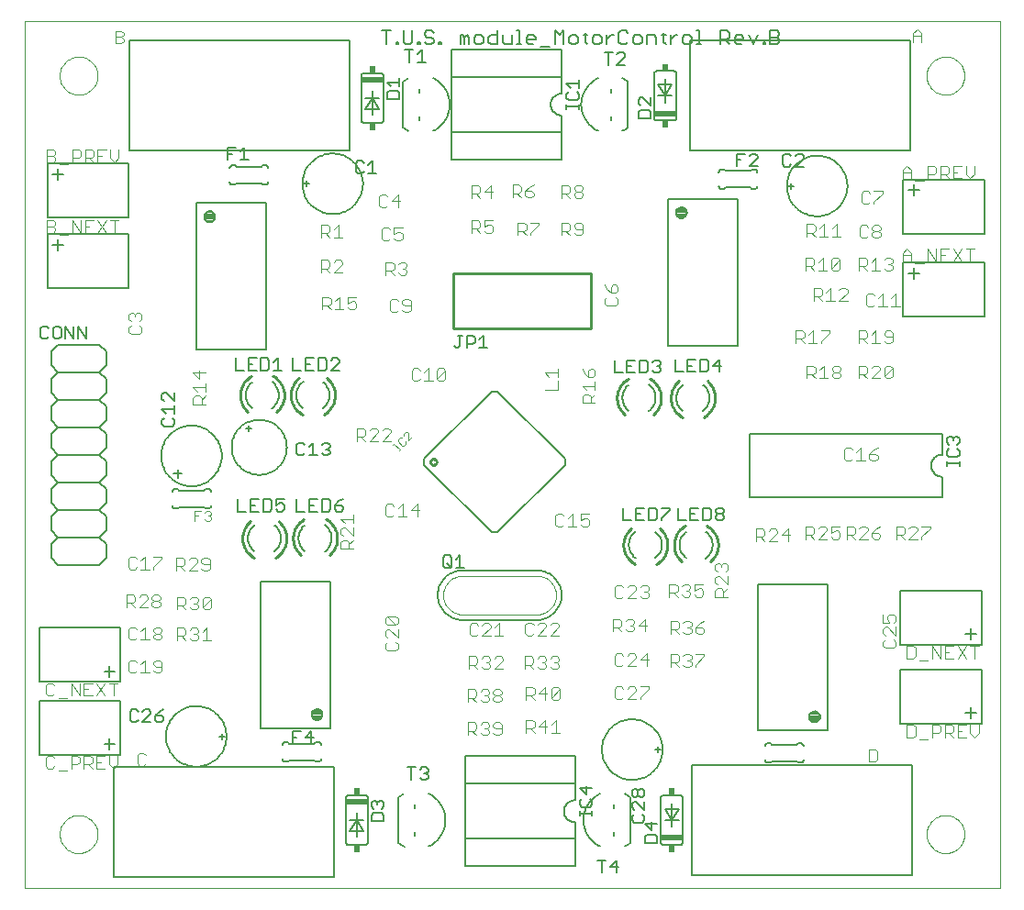
<source format=gto>
G75*
G70*
%OFA0B0*%
%FSLAX24Y24*%
%IPPOS*%
%LPD*%
%AMOC8*
5,1,8,0,0,1.08239X$1,22.5*
%
%ADD10C,0.0000*%
%ADD11C,0.0070*%
%ADD12C,0.0060*%
%ADD13C,0.0050*%
%ADD14C,0.0080*%
%ADD15C,0.0100*%
%ADD16C,0.0030*%
%ADD17C,0.0040*%
%ADD18C,0.0020*%
%ADD19C,0.0079*%
%ADD20R,0.0800X0.0200*%
%ADD21R,0.0200X0.0250*%
D10*
X001500Y002461D02*
X001500Y033957D01*
X036933Y033957D01*
X036933Y002461D01*
X001500Y002461D01*
X002780Y004430D02*
X002782Y004482D01*
X002788Y004534D01*
X002798Y004585D01*
X002811Y004635D01*
X002829Y004685D01*
X002850Y004732D01*
X002874Y004778D01*
X002903Y004822D01*
X002934Y004864D01*
X002968Y004903D01*
X003005Y004940D01*
X003045Y004973D01*
X003088Y005004D01*
X003132Y005031D01*
X003178Y005055D01*
X003227Y005075D01*
X003276Y005091D01*
X003327Y005104D01*
X003378Y005113D01*
X003430Y005118D01*
X003482Y005119D01*
X003534Y005116D01*
X003586Y005109D01*
X003637Y005098D01*
X003687Y005084D01*
X003736Y005065D01*
X003783Y005043D01*
X003828Y005018D01*
X003872Y004989D01*
X003913Y004957D01*
X003952Y004922D01*
X003987Y004884D01*
X004020Y004843D01*
X004050Y004801D01*
X004076Y004756D01*
X004099Y004709D01*
X004118Y004660D01*
X004134Y004610D01*
X004146Y004560D01*
X004154Y004508D01*
X004158Y004456D01*
X004158Y004404D01*
X004154Y004352D01*
X004146Y004300D01*
X004134Y004250D01*
X004118Y004200D01*
X004099Y004151D01*
X004076Y004104D01*
X004050Y004059D01*
X004020Y004017D01*
X003987Y003976D01*
X003952Y003938D01*
X003913Y003903D01*
X003872Y003871D01*
X003828Y003842D01*
X003783Y003817D01*
X003736Y003795D01*
X003687Y003776D01*
X003637Y003762D01*
X003586Y003751D01*
X003534Y003744D01*
X003482Y003741D01*
X003430Y003742D01*
X003378Y003747D01*
X003327Y003756D01*
X003276Y003769D01*
X003227Y003785D01*
X003178Y003805D01*
X003132Y003829D01*
X003088Y003856D01*
X003045Y003887D01*
X003005Y003920D01*
X002968Y003957D01*
X002934Y003996D01*
X002903Y004038D01*
X002874Y004082D01*
X002850Y004128D01*
X002829Y004175D01*
X002811Y004225D01*
X002798Y004275D01*
X002788Y004326D01*
X002782Y004378D01*
X002780Y004430D01*
X002780Y031989D02*
X002782Y032041D01*
X002788Y032093D01*
X002798Y032144D01*
X002811Y032194D01*
X002829Y032244D01*
X002850Y032291D01*
X002874Y032337D01*
X002903Y032381D01*
X002934Y032423D01*
X002968Y032462D01*
X003005Y032499D01*
X003045Y032532D01*
X003088Y032563D01*
X003132Y032590D01*
X003178Y032614D01*
X003227Y032634D01*
X003276Y032650D01*
X003327Y032663D01*
X003378Y032672D01*
X003430Y032677D01*
X003482Y032678D01*
X003534Y032675D01*
X003586Y032668D01*
X003637Y032657D01*
X003687Y032643D01*
X003736Y032624D01*
X003783Y032602D01*
X003828Y032577D01*
X003872Y032548D01*
X003913Y032516D01*
X003952Y032481D01*
X003987Y032443D01*
X004020Y032402D01*
X004050Y032360D01*
X004076Y032315D01*
X004099Y032268D01*
X004118Y032219D01*
X004134Y032169D01*
X004146Y032119D01*
X004154Y032067D01*
X004158Y032015D01*
X004158Y031963D01*
X004154Y031911D01*
X004146Y031859D01*
X004134Y031809D01*
X004118Y031759D01*
X004099Y031710D01*
X004076Y031663D01*
X004050Y031618D01*
X004020Y031576D01*
X003987Y031535D01*
X003952Y031497D01*
X003913Y031462D01*
X003872Y031430D01*
X003828Y031401D01*
X003783Y031376D01*
X003736Y031354D01*
X003687Y031335D01*
X003637Y031321D01*
X003586Y031310D01*
X003534Y031303D01*
X003482Y031300D01*
X003430Y031301D01*
X003378Y031306D01*
X003327Y031315D01*
X003276Y031328D01*
X003227Y031344D01*
X003178Y031364D01*
X003132Y031388D01*
X003088Y031415D01*
X003045Y031446D01*
X003005Y031479D01*
X002968Y031516D01*
X002934Y031555D01*
X002903Y031597D01*
X002874Y031641D01*
X002850Y031687D01*
X002829Y031734D01*
X002811Y031784D01*
X002798Y031834D01*
X002788Y031885D01*
X002782Y031937D01*
X002780Y031989D01*
X034276Y031989D02*
X034278Y032041D01*
X034284Y032093D01*
X034294Y032144D01*
X034307Y032194D01*
X034325Y032244D01*
X034346Y032291D01*
X034370Y032337D01*
X034399Y032381D01*
X034430Y032423D01*
X034464Y032462D01*
X034501Y032499D01*
X034541Y032532D01*
X034584Y032563D01*
X034628Y032590D01*
X034674Y032614D01*
X034723Y032634D01*
X034772Y032650D01*
X034823Y032663D01*
X034874Y032672D01*
X034926Y032677D01*
X034978Y032678D01*
X035030Y032675D01*
X035082Y032668D01*
X035133Y032657D01*
X035183Y032643D01*
X035232Y032624D01*
X035279Y032602D01*
X035324Y032577D01*
X035368Y032548D01*
X035409Y032516D01*
X035448Y032481D01*
X035483Y032443D01*
X035516Y032402D01*
X035546Y032360D01*
X035572Y032315D01*
X035595Y032268D01*
X035614Y032219D01*
X035630Y032169D01*
X035642Y032119D01*
X035650Y032067D01*
X035654Y032015D01*
X035654Y031963D01*
X035650Y031911D01*
X035642Y031859D01*
X035630Y031809D01*
X035614Y031759D01*
X035595Y031710D01*
X035572Y031663D01*
X035546Y031618D01*
X035516Y031576D01*
X035483Y031535D01*
X035448Y031497D01*
X035409Y031462D01*
X035368Y031430D01*
X035324Y031401D01*
X035279Y031376D01*
X035232Y031354D01*
X035183Y031335D01*
X035133Y031321D01*
X035082Y031310D01*
X035030Y031303D01*
X034978Y031300D01*
X034926Y031301D01*
X034874Y031306D01*
X034823Y031315D01*
X034772Y031328D01*
X034723Y031344D01*
X034674Y031364D01*
X034628Y031388D01*
X034584Y031415D01*
X034541Y031446D01*
X034501Y031479D01*
X034464Y031516D01*
X034430Y031555D01*
X034399Y031597D01*
X034370Y031641D01*
X034346Y031687D01*
X034325Y031734D01*
X034307Y031784D01*
X034294Y031834D01*
X034284Y031885D01*
X034278Y031937D01*
X034276Y031989D01*
X034276Y004430D02*
X034278Y004482D01*
X034284Y004534D01*
X034294Y004585D01*
X034307Y004635D01*
X034325Y004685D01*
X034346Y004732D01*
X034370Y004778D01*
X034399Y004822D01*
X034430Y004864D01*
X034464Y004903D01*
X034501Y004940D01*
X034541Y004973D01*
X034584Y005004D01*
X034628Y005031D01*
X034674Y005055D01*
X034723Y005075D01*
X034772Y005091D01*
X034823Y005104D01*
X034874Y005113D01*
X034926Y005118D01*
X034978Y005119D01*
X035030Y005116D01*
X035082Y005109D01*
X035133Y005098D01*
X035183Y005084D01*
X035232Y005065D01*
X035279Y005043D01*
X035324Y005018D01*
X035368Y004989D01*
X035409Y004957D01*
X035448Y004922D01*
X035483Y004884D01*
X035516Y004843D01*
X035546Y004801D01*
X035572Y004756D01*
X035595Y004709D01*
X035614Y004660D01*
X035630Y004610D01*
X035642Y004560D01*
X035650Y004508D01*
X035654Y004456D01*
X035654Y004404D01*
X035650Y004352D01*
X035642Y004300D01*
X035630Y004250D01*
X035614Y004200D01*
X035595Y004151D01*
X035572Y004104D01*
X035546Y004059D01*
X035516Y004017D01*
X035483Y003976D01*
X035448Y003938D01*
X035409Y003903D01*
X035368Y003871D01*
X035324Y003842D01*
X035279Y003817D01*
X035232Y003795D01*
X035183Y003776D01*
X035133Y003762D01*
X035082Y003751D01*
X035030Y003744D01*
X034978Y003741D01*
X034926Y003742D01*
X034874Y003747D01*
X034823Y003756D01*
X034772Y003769D01*
X034723Y003785D01*
X034674Y003805D01*
X034628Y003829D01*
X034584Y003856D01*
X034541Y003887D01*
X034501Y003920D01*
X034464Y003957D01*
X034430Y003996D01*
X034399Y004038D01*
X034370Y004082D01*
X034346Y004128D01*
X034325Y004175D01*
X034307Y004225D01*
X034294Y004275D01*
X034284Y004326D01*
X034278Y004378D01*
X034276Y004430D01*
D11*
X028834Y033136D02*
X028589Y033136D01*
X028589Y033627D01*
X028834Y033627D01*
X028916Y033545D01*
X028916Y033463D01*
X028834Y033382D01*
X028589Y033382D01*
X028413Y033218D02*
X028413Y033136D01*
X028331Y033136D01*
X028331Y033218D01*
X028413Y033218D01*
X028143Y033463D02*
X027979Y033136D01*
X027816Y033463D01*
X027627Y033382D02*
X027627Y033300D01*
X027300Y033300D01*
X027300Y033218D02*
X027300Y033382D01*
X027382Y033463D01*
X027545Y033463D01*
X027627Y033382D01*
X027545Y033136D02*
X027382Y033136D01*
X027300Y033218D01*
X027111Y033136D02*
X026948Y033300D01*
X027030Y033300D02*
X026784Y033300D01*
X026784Y033136D02*
X026784Y033627D01*
X027030Y033627D01*
X027111Y033545D01*
X027111Y033382D01*
X027030Y033300D01*
X026088Y033136D02*
X025925Y033136D01*
X026007Y033136D02*
X026007Y033627D01*
X025925Y033627D01*
X025736Y033382D02*
X025655Y033463D01*
X025491Y033463D01*
X025409Y033382D01*
X025409Y033218D01*
X025491Y033136D01*
X025655Y033136D01*
X025736Y033218D01*
X025736Y033382D01*
X025225Y033463D02*
X025143Y033463D01*
X024980Y033300D01*
X024980Y033463D02*
X024980Y033136D01*
X024799Y033136D02*
X024718Y033218D01*
X024718Y033545D01*
X024636Y033463D02*
X024799Y033463D01*
X024447Y033382D02*
X024447Y033136D01*
X024447Y033382D02*
X024365Y033463D01*
X024120Y033463D01*
X024120Y033136D01*
X023932Y033218D02*
X023932Y033382D01*
X023850Y033463D01*
X023686Y033463D01*
X023605Y033382D01*
X023605Y033218D01*
X023686Y033136D01*
X023850Y033136D01*
X023932Y033218D01*
X023416Y033218D02*
X023334Y033136D01*
X023171Y033136D01*
X023089Y033218D01*
X023089Y033545D01*
X023171Y033627D01*
X023334Y033627D01*
X023416Y033545D01*
X022905Y033463D02*
X022823Y033463D01*
X022659Y033300D01*
X022659Y033463D02*
X022659Y033136D01*
X022471Y033218D02*
X022471Y033382D01*
X022389Y033463D01*
X022225Y033463D01*
X022144Y033382D01*
X022144Y033218D01*
X022225Y033136D01*
X022389Y033136D01*
X022471Y033218D01*
X021963Y033136D02*
X021882Y033218D01*
X021882Y033545D01*
X021800Y033463D02*
X021963Y033463D01*
X021611Y033382D02*
X021611Y033218D01*
X021529Y033136D01*
X021366Y033136D01*
X021284Y033218D01*
X021284Y033382D01*
X021366Y033463D01*
X021529Y033463D01*
X021611Y033382D01*
X021096Y033627D02*
X021096Y033136D01*
X020769Y033136D02*
X020769Y033627D01*
X020932Y033463D01*
X021096Y033627D01*
X020580Y033055D02*
X020253Y033055D01*
X019983Y033136D02*
X019819Y033136D01*
X019737Y033218D01*
X019737Y033382D01*
X019819Y033463D01*
X019983Y033463D01*
X020064Y033382D01*
X020064Y033300D01*
X019737Y033300D01*
X019557Y033136D02*
X019394Y033136D01*
X019475Y033136D02*
X019475Y033627D01*
X019394Y033627D01*
X019205Y033463D02*
X019205Y033136D01*
X018960Y033136D01*
X018878Y033218D01*
X018878Y033463D01*
X018689Y033463D02*
X018444Y033463D01*
X018362Y033382D01*
X018362Y033218D01*
X018444Y033136D01*
X018689Y033136D01*
X018689Y033627D01*
X018174Y033382D02*
X018174Y033218D01*
X018092Y033136D01*
X017928Y033136D01*
X017847Y033218D01*
X017847Y033382D01*
X017928Y033463D01*
X018092Y033463D01*
X018174Y033382D01*
X017658Y033382D02*
X017658Y033136D01*
X017494Y033136D02*
X017494Y033382D01*
X017576Y033463D01*
X017658Y033382D01*
X017494Y033382D02*
X017413Y033463D01*
X017331Y033463D01*
X017331Y033136D01*
X016639Y033136D02*
X016558Y033136D01*
X016558Y033218D01*
X016639Y033218D01*
X016639Y033136D01*
X016369Y033218D02*
X016287Y033136D01*
X016124Y033136D01*
X016042Y033218D01*
X015866Y033218D02*
X015866Y033136D01*
X015784Y033136D01*
X015784Y033218D01*
X015866Y033218D01*
X015595Y033218D02*
X015595Y033627D01*
X015268Y033627D02*
X015268Y033218D01*
X015350Y033136D01*
X015514Y033136D01*
X015595Y033218D01*
X016042Y033463D02*
X016124Y033382D01*
X016287Y033382D01*
X016369Y033300D01*
X016369Y033218D01*
X016369Y033545D02*
X016287Y033627D01*
X016124Y033627D01*
X016042Y033545D01*
X016042Y033463D01*
X015092Y033218D02*
X015092Y033136D01*
X015011Y033136D01*
X015011Y033218D01*
X015092Y033218D01*
X014658Y033136D02*
X014658Y033627D01*
X014495Y033627D02*
X014822Y033627D01*
X028834Y033382D02*
X028916Y033300D01*
X028916Y033218D01*
X028834Y033136D01*
D12*
X025180Y032061D02*
X025180Y030461D01*
X025178Y030444D01*
X025174Y030427D01*
X025167Y030411D01*
X025157Y030397D01*
X025144Y030384D01*
X025130Y030374D01*
X025114Y030367D01*
X025097Y030363D01*
X025080Y030361D01*
X024480Y030361D01*
X024463Y030363D01*
X024446Y030367D01*
X024430Y030374D01*
X024416Y030384D01*
X024403Y030397D01*
X024393Y030411D01*
X024386Y030427D01*
X024382Y030444D01*
X024380Y030461D01*
X024380Y032061D01*
X024382Y032078D01*
X024386Y032095D01*
X024393Y032111D01*
X024403Y032125D01*
X024416Y032138D01*
X024430Y032148D01*
X024446Y032155D01*
X024463Y032159D01*
X024480Y032161D01*
X025080Y032161D01*
X025097Y032159D01*
X025114Y032155D01*
X025130Y032148D01*
X025144Y032138D01*
X025157Y032125D01*
X025167Y032111D01*
X025174Y032095D01*
X025178Y032078D01*
X025180Y032061D01*
X025030Y031661D02*
X024530Y031661D01*
X024780Y031261D01*
X025030Y031261D01*
X024780Y031261D02*
X024780Y031011D01*
X024780Y031261D02*
X024530Y031261D01*
X024780Y031261D02*
X024780Y031861D01*
X025030Y031661D02*
X024780Y031261D01*
X026827Y028584D02*
X026927Y028584D01*
X026977Y028534D01*
X027877Y028534D01*
X027927Y028584D01*
X028027Y028584D01*
X028044Y028582D01*
X028061Y028578D01*
X028077Y028571D01*
X028091Y028561D01*
X028104Y028548D01*
X028114Y028534D01*
X028121Y028518D01*
X028125Y028501D01*
X028127Y028484D01*
X028127Y027984D02*
X028125Y027967D01*
X028121Y027950D01*
X028114Y027934D01*
X028104Y027920D01*
X028091Y027907D01*
X028077Y027897D01*
X028061Y027890D01*
X028044Y027886D01*
X028027Y027884D01*
X027927Y027884D01*
X027877Y027934D01*
X026977Y027934D01*
X026927Y027884D01*
X026827Y027884D01*
X026810Y027886D01*
X026793Y027890D01*
X026777Y027897D01*
X026763Y027907D01*
X026750Y027920D01*
X026740Y027934D01*
X026733Y027950D01*
X026729Y027967D01*
X026727Y027984D01*
X026727Y028484D02*
X026729Y028501D01*
X026733Y028518D01*
X026740Y028534D01*
X026750Y028548D01*
X026763Y028561D01*
X026777Y028571D01*
X026793Y028578D01*
X026810Y028582D01*
X026827Y028584D01*
X029250Y027981D02*
X029450Y027981D01*
X029350Y027881D02*
X029350Y028081D01*
X029200Y027981D02*
X029202Y028047D01*
X029208Y028112D01*
X029218Y028177D01*
X029231Y028242D01*
X029249Y028305D01*
X029270Y028368D01*
X029295Y028428D01*
X029324Y028488D01*
X029356Y028545D01*
X029391Y028601D01*
X029430Y028654D01*
X029472Y028705D01*
X029516Y028753D01*
X029564Y028798D01*
X029614Y028841D01*
X029667Y028880D01*
X029722Y028917D01*
X029779Y028950D01*
X029838Y028979D01*
X029898Y029005D01*
X029960Y029027D01*
X030023Y029046D01*
X030087Y029060D01*
X030152Y029071D01*
X030218Y029078D01*
X030284Y029081D01*
X030349Y029080D01*
X030415Y029075D01*
X030480Y029066D01*
X030545Y029053D01*
X030608Y029037D01*
X030671Y029017D01*
X030732Y028992D01*
X030792Y028965D01*
X030850Y028934D01*
X030906Y028899D01*
X030960Y028861D01*
X031011Y028820D01*
X031060Y028776D01*
X031106Y028729D01*
X031150Y028680D01*
X031190Y028628D01*
X031227Y028573D01*
X031261Y028517D01*
X031291Y028458D01*
X031318Y028398D01*
X031341Y028337D01*
X031360Y028274D01*
X031376Y028210D01*
X031388Y028145D01*
X031396Y028080D01*
X031400Y028014D01*
X031400Y027948D01*
X031396Y027882D01*
X031388Y027817D01*
X031376Y027752D01*
X031360Y027688D01*
X031341Y027625D01*
X031318Y027564D01*
X031291Y027504D01*
X031261Y027445D01*
X031227Y027389D01*
X031190Y027334D01*
X031150Y027282D01*
X031106Y027233D01*
X031060Y027186D01*
X031011Y027142D01*
X030960Y027101D01*
X030906Y027063D01*
X030850Y027028D01*
X030792Y026997D01*
X030732Y026970D01*
X030671Y026945D01*
X030608Y026925D01*
X030545Y026909D01*
X030480Y026896D01*
X030415Y026887D01*
X030349Y026882D01*
X030284Y026881D01*
X030218Y026884D01*
X030152Y026891D01*
X030087Y026902D01*
X030023Y026916D01*
X029960Y026935D01*
X029898Y026957D01*
X029838Y026983D01*
X029779Y027012D01*
X029722Y027045D01*
X029667Y027082D01*
X029614Y027121D01*
X029564Y027164D01*
X029516Y027209D01*
X029472Y027257D01*
X029430Y027308D01*
X029391Y027361D01*
X029356Y027417D01*
X029324Y027474D01*
X029295Y027534D01*
X029270Y027594D01*
X029249Y027657D01*
X029231Y027720D01*
X029218Y027785D01*
X029208Y027850D01*
X029202Y027915D01*
X029200Y027981D01*
X021020Y028941D02*
X021020Y029941D01*
X021020Y030541D01*
X020981Y030543D01*
X020942Y030549D01*
X020904Y030558D01*
X020867Y030571D01*
X020831Y030588D01*
X020798Y030608D01*
X020766Y030632D01*
X020737Y030658D01*
X020711Y030687D01*
X020687Y030719D01*
X020667Y030752D01*
X020650Y030788D01*
X020637Y030825D01*
X020628Y030863D01*
X020622Y030902D01*
X020620Y030941D01*
X020622Y030980D01*
X020628Y031019D01*
X020637Y031057D01*
X020650Y031094D01*
X020667Y031130D01*
X020687Y031163D01*
X020711Y031195D01*
X020737Y031224D01*
X020766Y031250D01*
X020798Y031274D01*
X020831Y031294D01*
X020867Y031311D01*
X020904Y031324D01*
X020942Y031333D01*
X020981Y031339D01*
X021020Y031341D01*
X021020Y031941D01*
X017020Y031941D01*
X017020Y032941D01*
X021020Y032941D01*
X021020Y031941D01*
X021020Y029941D02*
X017020Y029941D01*
X017020Y031941D01*
X017020Y029941D02*
X017020Y028941D01*
X021020Y028941D01*
X014540Y030381D02*
X014540Y031981D01*
X014538Y031998D01*
X014534Y032015D01*
X014527Y032031D01*
X014517Y032045D01*
X014504Y032058D01*
X014490Y032068D01*
X014474Y032075D01*
X014457Y032079D01*
X014440Y032081D01*
X013840Y032081D01*
X013823Y032079D01*
X013806Y032075D01*
X013790Y032068D01*
X013776Y032058D01*
X013763Y032045D01*
X013753Y032031D01*
X013746Y032015D01*
X013742Y031998D01*
X013740Y031981D01*
X013740Y030381D01*
X013742Y030364D01*
X013746Y030347D01*
X013753Y030331D01*
X013763Y030317D01*
X013776Y030304D01*
X013790Y030294D01*
X013806Y030287D01*
X013823Y030283D01*
X013840Y030281D01*
X014440Y030281D01*
X014457Y030283D01*
X014474Y030287D01*
X014490Y030294D01*
X014504Y030304D01*
X014517Y030317D01*
X014527Y030331D01*
X014534Y030347D01*
X014538Y030364D01*
X014540Y030381D01*
X014140Y030581D02*
X014140Y031181D01*
X013890Y031181D01*
X014140Y031181D02*
X013890Y030781D01*
X014390Y030781D01*
X014140Y031181D01*
X014390Y031181D01*
X014140Y031181D02*
X014140Y031431D01*
X011600Y028061D02*
X011602Y028127D01*
X011608Y028192D01*
X011618Y028257D01*
X011631Y028322D01*
X011649Y028385D01*
X011670Y028448D01*
X011695Y028508D01*
X011724Y028568D01*
X011756Y028625D01*
X011791Y028681D01*
X011830Y028734D01*
X011872Y028785D01*
X011916Y028833D01*
X011964Y028878D01*
X012014Y028921D01*
X012067Y028960D01*
X012122Y028997D01*
X012179Y029030D01*
X012238Y029059D01*
X012298Y029085D01*
X012360Y029107D01*
X012423Y029126D01*
X012487Y029140D01*
X012552Y029151D01*
X012618Y029158D01*
X012684Y029161D01*
X012749Y029160D01*
X012815Y029155D01*
X012880Y029146D01*
X012945Y029133D01*
X013008Y029117D01*
X013071Y029097D01*
X013132Y029072D01*
X013192Y029045D01*
X013250Y029014D01*
X013306Y028979D01*
X013360Y028941D01*
X013411Y028900D01*
X013460Y028856D01*
X013506Y028809D01*
X013550Y028760D01*
X013590Y028708D01*
X013627Y028653D01*
X013661Y028597D01*
X013691Y028538D01*
X013718Y028478D01*
X013741Y028417D01*
X013760Y028354D01*
X013776Y028290D01*
X013788Y028225D01*
X013796Y028160D01*
X013800Y028094D01*
X013800Y028028D01*
X013796Y027962D01*
X013788Y027897D01*
X013776Y027832D01*
X013760Y027768D01*
X013741Y027705D01*
X013718Y027644D01*
X013691Y027584D01*
X013661Y027525D01*
X013627Y027469D01*
X013590Y027414D01*
X013550Y027362D01*
X013506Y027313D01*
X013460Y027266D01*
X013411Y027222D01*
X013360Y027181D01*
X013306Y027143D01*
X013250Y027108D01*
X013192Y027077D01*
X013132Y027050D01*
X013071Y027025D01*
X013008Y027005D01*
X012945Y026989D01*
X012880Y026976D01*
X012815Y026967D01*
X012749Y026962D01*
X012684Y026961D01*
X012618Y026964D01*
X012552Y026971D01*
X012487Y026982D01*
X012423Y026996D01*
X012360Y027015D01*
X012298Y027037D01*
X012238Y027063D01*
X012179Y027092D01*
X012122Y027125D01*
X012067Y027162D01*
X012014Y027201D01*
X011964Y027244D01*
X011916Y027289D01*
X011872Y027337D01*
X011830Y027388D01*
X011791Y027441D01*
X011756Y027497D01*
X011724Y027554D01*
X011695Y027614D01*
X011670Y027674D01*
X011649Y027737D01*
X011631Y027800D01*
X011618Y027865D01*
X011608Y027930D01*
X011602Y027995D01*
X011600Y028061D01*
X011650Y028061D02*
X011850Y028061D01*
X011750Y027961D02*
X011750Y028161D01*
X010360Y028131D02*
X010358Y028114D01*
X010354Y028097D01*
X010347Y028081D01*
X010337Y028067D01*
X010324Y028054D01*
X010310Y028044D01*
X010294Y028037D01*
X010277Y028033D01*
X010260Y028031D01*
X010160Y028031D01*
X010110Y028081D01*
X009210Y028081D01*
X009160Y028031D01*
X009060Y028031D01*
X009043Y028033D01*
X009026Y028037D01*
X009010Y028044D01*
X008996Y028054D01*
X008983Y028067D01*
X008973Y028081D01*
X008966Y028097D01*
X008962Y028114D01*
X008960Y028131D01*
X008960Y028631D02*
X008962Y028648D01*
X008966Y028665D01*
X008973Y028681D01*
X008983Y028695D01*
X008996Y028708D01*
X009010Y028718D01*
X009026Y028725D01*
X009043Y028729D01*
X009060Y028731D01*
X009160Y028731D01*
X009210Y028681D01*
X010110Y028681D01*
X010160Y028731D01*
X010260Y028731D01*
X010277Y028729D01*
X010294Y028725D01*
X010310Y028718D01*
X010324Y028708D01*
X010337Y028695D01*
X010347Y028681D01*
X010354Y028665D01*
X010358Y028648D01*
X010360Y028631D01*
X004219Y022209D02*
X004469Y021959D01*
X004469Y021459D01*
X004219Y021209D01*
X002719Y021209D01*
X002469Y020959D01*
X002469Y020459D01*
X002719Y020209D01*
X004219Y020209D01*
X004469Y019959D01*
X004469Y019459D01*
X004219Y019209D01*
X002719Y019209D01*
X002469Y018959D01*
X002469Y018459D01*
X002719Y018209D01*
X004219Y018209D01*
X004469Y017959D01*
X004469Y017459D01*
X004219Y017209D01*
X002719Y017209D01*
X002469Y016959D01*
X002469Y016459D01*
X002719Y016209D01*
X004219Y016209D01*
X004469Y015959D01*
X004469Y015459D01*
X004219Y015209D01*
X004469Y014959D01*
X004469Y014459D01*
X004219Y014209D01*
X002719Y014209D01*
X002469Y014459D01*
X002469Y014959D01*
X002719Y015209D01*
X004219Y015209D01*
X004219Y016209D02*
X004469Y016459D01*
X004469Y016959D01*
X004219Y017209D01*
X004219Y018209D02*
X004469Y018459D01*
X004469Y018959D01*
X004219Y019209D01*
X004219Y020209D02*
X004469Y020459D01*
X004469Y020959D01*
X004219Y021209D01*
X004219Y022209D02*
X002719Y022209D01*
X002469Y021959D01*
X002469Y021459D01*
X002719Y021209D01*
X002719Y020209D02*
X002469Y019959D01*
X002469Y019459D01*
X002719Y019209D01*
X002719Y018209D02*
X002469Y017959D01*
X002469Y017459D01*
X002719Y017209D01*
X002719Y016209D02*
X002469Y015959D01*
X002469Y015459D01*
X002719Y015209D01*
X006920Y017524D02*
X007070Y017524D01*
X007070Y017674D01*
X007070Y017524D02*
X007220Y017524D01*
X007070Y017524D02*
X007070Y017374D01*
X007080Y016971D02*
X007130Y016921D01*
X008030Y016921D01*
X008080Y016971D01*
X008180Y016971D01*
X008197Y016969D01*
X008214Y016965D01*
X008230Y016958D01*
X008244Y016948D01*
X008257Y016935D01*
X008267Y016921D01*
X008274Y016905D01*
X008278Y016888D01*
X008280Y016871D01*
X008280Y016371D02*
X008278Y016354D01*
X008274Y016337D01*
X008267Y016321D01*
X008257Y016307D01*
X008244Y016294D01*
X008230Y016284D01*
X008214Y016277D01*
X008197Y016273D01*
X008180Y016271D01*
X008080Y016271D01*
X008030Y016321D01*
X007130Y016321D01*
X007080Y016271D01*
X006980Y016271D01*
X006963Y016273D01*
X006946Y016277D01*
X006930Y016284D01*
X006916Y016294D01*
X006903Y016307D01*
X006893Y016321D01*
X006886Y016337D01*
X006882Y016354D01*
X006880Y016371D01*
X006880Y016871D02*
X006882Y016888D01*
X006886Y016905D01*
X006893Y016921D01*
X006903Y016935D01*
X006916Y016948D01*
X006930Y016958D01*
X006946Y016965D01*
X006963Y016969D01*
X006980Y016971D01*
X007080Y016971D01*
X006470Y018174D02*
X006472Y018240D01*
X006478Y018305D01*
X006488Y018370D01*
X006501Y018435D01*
X006519Y018498D01*
X006540Y018561D01*
X006565Y018621D01*
X006594Y018681D01*
X006626Y018738D01*
X006661Y018794D01*
X006700Y018847D01*
X006742Y018898D01*
X006786Y018946D01*
X006834Y018991D01*
X006884Y019034D01*
X006937Y019073D01*
X006992Y019110D01*
X007049Y019143D01*
X007108Y019172D01*
X007168Y019198D01*
X007230Y019220D01*
X007293Y019239D01*
X007357Y019253D01*
X007422Y019264D01*
X007488Y019271D01*
X007554Y019274D01*
X007619Y019273D01*
X007685Y019268D01*
X007750Y019259D01*
X007815Y019246D01*
X007878Y019230D01*
X007941Y019210D01*
X008002Y019185D01*
X008062Y019158D01*
X008120Y019127D01*
X008176Y019092D01*
X008230Y019054D01*
X008281Y019013D01*
X008330Y018969D01*
X008376Y018922D01*
X008420Y018873D01*
X008460Y018821D01*
X008497Y018766D01*
X008531Y018710D01*
X008561Y018651D01*
X008588Y018591D01*
X008611Y018530D01*
X008630Y018467D01*
X008646Y018403D01*
X008658Y018338D01*
X008666Y018273D01*
X008670Y018207D01*
X008670Y018141D01*
X008666Y018075D01*
X008658Y018010D01*
X008646Y017945D01*
X008630Y017881D01*
X008611Y017818D01*
X008588Y017757D01*
X008561Y017697D01*
X008531Y017638D01*
X008497Y017582D01*
X008460Y017527D01*
X008420Y017475D01*
X008376Y017426D01*
X008330Y017379D01*
X008281Y017335D01*
X008230Y017294D01*
X008176Y017256D01*
X008120Y017221D01*
X008062Y017190D01*
X008002Y017163D01*
X007941Y017138D01*
X007878Y017118D01*
X007815Y017102D01*
X007750Y017089D01*
X007685Y017080D01*
X007619Y017075D01*
X007554Y017074D01*
X007488Y017077D01*
X007422Y017084D01*
X007357Y017095D01*
X007293Y017109D01*
X007230Y017128D01*
X007168Y017150D01*
X007108Y017176D01*
X007049Y017205D01*
X006992Y017238D01*
X006937Y017275D01*
X006884Y017314D01*
X006834Y017357D01*
X006786Y017402D01*
X006742Y017450D01*
X006700Y017501D01*
X006661Y017554D01*
X006626Y017610D01*
X006594Y017667D01*
X006565Y017727D01*
X006540Y017787D01*
X006519Y017850D01*
X006501Y017913D01*
X006488Y017978D01*
X006478Y018043D01*
X006472Y018108D01*
X006470Y018174D01*
X009532Y019187D02*
X009732Y019187D01*
X009632Y019087D02*
X009632Y019287D01*
X009032Y018487D02*
X009034Y018550D01*
X009040Y018612D01*
X009050Y018674D01*
X009063Y018736D01*
X009081Y018796D01*
X009102Y018855D01*
X009127Y018913D01*
X009156Y018969D01*
X009188Y019023D01*
X009223Y019075D01*
X009261Y019124D01*
X009303Y019172D01*
X009347Y019216D01*
X009395Y019258D01*
X009444Y019296D01*
X009496Y019331D01*
X009550Y019363D01*
X009606Y019392D01*
X009664Y019417D01*
X009723Y019438D01*
X009783Y019456D01*
X009845Y019469D01*
X009907Y019479D01*
X009969Y019485D01*
X010032Y019487D01*
X010095Y019485D01*
X010157Y019479D01*
X010219Y019469D01*
X010281Y019456D01*
X010341Y019438D01*
X010400Y019417D01*
X010458Y019392D01*
X010514Y019363D01*
X010568Y019331D01*
X010620Y019296D01*
X010669Y019258D01*
X010717Y019216D01*
X010761Y019172D01*
X010803Y019124D01*
X010841Y019075D01*
X010876Y019023D01*
X010908Y018969D01*
X010937Y018913D01*
X010962Y018855D01*
X010983Y018796D01*
X011001Y018736D01*
X011014Y018674D01*
X011024Y018612D01*
X011030Y018550D01*
X011032Y018487D01*
X011030Y018424D01*
X011024Y018362D01*
X011014Y018300D01*
X011001Y018238D01*
X010983Y018178D01*
X010962Y018119D01*
X010937Y018061D01*
X010908Y018005D01*
X010876Y017951D01*
X010841Y017899D01*
X010803Y017850D01*
X010761Y017802D01*
X010717Y017758D01*
X010669Y017716D01*
X010620Y017678D01*
X010568Y017643D01*
X010514Y017611D01*
X010458Y017582D01*
X010400Y017557D01*
X010341Y017536D01*
X010281Y017518D01*
X010219Y017505D01*
X010157Y017495D01*
X010095Y017489D01*
X010032Y017487D01*
X009969Y017489D01*
X009907Y017495D01*
X009845Y017505D01*
X009783Y017518D01*
X009723Y017536D01*
X009664Y017557D01*
X009606Y017582D01*
X009550Y017611D01*
X009496Y017643D01*
X009444Y017678D01*
X009395Y017716D01*
X009347Y017758D01*
X009303Y017802D01*
X009261Y017850D01*
X009223Y017899D01*
X009188Y017951D01*
X009156Y018005D01*
X009127Y018061D01*
X009102Y018119D01*
X009081Y018178D01*
X009063Y018238D01*
X009050Y018300D01*
X009040Y018362D01*
X009034Y018424D01*
X009032Y018487D01*
X009540Y020381D02*
X009542Y020426D01*
X009547Y020472D01*
X009555Y020516D01*
X009567Y020560D01*
X009583Y020603D01*
X009601Y020645D01*
X009623Y020685D01*
X009647Y020723D01*
X009674Y020759D01*
X009704Y020794D01*
X009737Y020825D01*
X009772Y020855D01*
X010740Y020381D02*
X010738Y020334D01*
X010732Y020286D01*
X010723Y020240D01*
X010710Y020194D01*
X010694Y020150D01*
X010673Y020106D01*
X010650Y020065D01*
X010624Y020026D01*
X010594Y019989D01*
X010561Y019954D01*
X010526Y019922D01*
X010489Y019893D01*
X010740Y020381D02*
X010738Y020427D01*
X010733Y020473D01*
X010724Y020519D01*
X010712Y020564D01*
X010696Y020607D01*
X010677Y020649D01*
X010654Y020690D01*
X010629Y020729D01*
X010601Y020765D01*
X010570Y020800D01*
X010536Y020832D01*
X010500Y020861D01*
X009540Y020381D02*
X009542Y020336D01*
X009547Y020290D01*
X009555Y020246D01*
X009567Y020202D01*
X009583Y020159D01*
X009601Y020117D01*
X009623Y020077D01*
X009647Y020039D01*
X009674Y020003D01*
X009704Y019968D01*
X009737Y019937D01*
X009772Y019907D01*
X011380Y020381D02*
X011382Y020428D01*
X011388Y020476D01*
X011397Y020522D01*
X011410Y020568D01*
X011426Y020612D01*
X011447Y020656D01*
X011470Y020697D01*
X011496Y020736D01*
X011526Y020773D01*
X011559Y020808D01*
X011594Y020840D01*
X011631Y020869D01*
X012580Y020381D02*
X012578Y020336D01*
X012573Y020290D01*
X012565Y020246D01*
X012553Y020202D01*
X012537Y020159D01*
X012519Y020117D01*
X012497Y020077D01*
X012473Y020039D01*
X012446Y020003D01*
X012416Y019968D01*
X012383Y019937D01*
X012348Y019907D01*
X012580Y020381D02*
X012578Y020426D01*
X012573Y020472D01*
X012565Y020516D01*
X012553Y020560D01*
X012537Y020603D01*
X012519Y020645D01*
X012497Y020685D01*
X012473Y020723D01*
X012446Y020759D01*
X012416Y020794D01*
X012383Y020825D01*
X012348Y020855D01*
X011380Y020381D02*
X011382Y020335D01*
X011387Y020289D01*
X011396Y020243D01*
X011408Y020198D01*
X011424Y020155D01*
X011443Y020113D01*
X011466Y020072D01*
X011491Y020033D01*
X011519Y019997D01*
X011550Y019962D01*
X011584Y019930D01*
X011620Y019901D01*
X012660Y015181D02*
X012658Y015134D01*
X012652Y015086D01*
X012643Y015040D01*
X012630Y014994D01*
X012614Y014950D01*
X012593Y014906D01*
X012570Y014865D01*
X012544Y014826D01*
X012514Y014789D01*
X012481Y014754D01*
X012446Y014722D01*
X012409Y014693D01*
X011460Y015181D02*
X011462Y015226D01*
X011467Y015272D01*
X011475Y015316D01*
X011487Y015360D01*
X011503Y015403D01*
X011521Y015445D01*
X011543Y015485D01*
X011567Y015523D01*
X011594Y015559D01*
X011624Y015594D01*
X011657Y015625D01*
X011692Y015655D01*
X011460Y015181D02*
X011462Y015136D01*
X011467Y015090D01*
X011475Y015046D01*
X011487Y015002D01*
X011503Y014959D01*
X011521Y014917D01*
X011543Y014877D01*
X011567Y014839D01*
X011594Y014803D01*
X011624Y014768D01*
X011657Y014737D01*
X011692Y014707D01*
X012660Y015181D02*
X012658Y015227D01*
X012653Y015273D01*
X012644Y015319D01*
X012632Y015364D01*
X012616Y015407D01*
X012597Y015449D01*
X012574Y015490D01*
X012549Y015529D01*
X012521Y015565D01*
X012490Y015600D01*
X012456Y015632D01*
X012420Y015661D01*
X010820Y015181D02*
X010818Y015136D01*
X010813Y015090D01*
X010805Y015046D01*
X010793Y015002D01*
X010777Y014959D01*
X010759Y014917D01*
X010737Y014877D01*
X010713Y014839D01*
X010686Y014803D01*
X010656Y014768D01*
X010623Y014737D01*
X010588Y014707D01*
X009620Y015181D02*
X009622Y015228D01*
X009628Y015276D01*
X009637Y015322D01*
X009650Y015368D01*
X009666Y015412D01*
X009687Y015456D01*
X009710Y015497D01*
X009736Y015536D01*
X009766Y015573D01*
X009799Y015608D01*
X009834Y015640D01*
X009871Y015669D01*
X009620Y015181D02*
X009622Y015135D01*
X009627Y015089D01*
X009636Y015043D01*
X009648Y014998D01*
X009664Y014955D01*
X009683Y014913D01*
X009706Y014872D01*
X009731Y014833D01*
X009759Y014797D01*
X009790Y014762D01*
X009824Y014730D01*
X009860Y014701D01*
X010820Y015181D02*
X010818Y015226D01*
X010813Y015272D01*
X010805Y015316D01*
X010793Y015360D01*
X010777Y015403D01*
X010759Y015445D01*
X010737Y015485D01*
X010713Y015523D01*
X010686Y015559D01*
X010656Y015594D01*
X010623Y015625D01*
X010588Y015655D01*
X017415Y014014D02*
X020115Y014014D01*
X020174Y014012D01*
X020232Y014006D01*
X020291Y013997D01*
X020348Y013983D01*
X020404Y013966D01*
X020459Y013945D01*
X020513Y013921D01*
X020565Y013893D01*
X020615Y013862D01*
X020663Y013828D01*
X020708Y013791D01*
X020751Y013750D01*
X020792Y013707D01*
X020829Y013662D01*
X020863Y013614D01*
X020894Y013564D01*
X020922Y013512D01*
X020946Y013458D01*
X020967Y013403D01*
X020984Y013347D01*
X020998Y013290D01*
X021007Y013231D01*
X021013Y013173D01*
X021015Y013114D01*
X021013Y013055D01*
X021007Y012997D01*
X020998Y012938D01*
X020984Y012881D01*
X020967Y012825D01*
X020946Y012770D01*
X020922Y012716D01*
X020894Y012664D01*
X020863Y012614D01*
X020829Y012566D01*
X020792Y012521D01*
X020751Y012478D01*
X020708Y012437D01*
X020663Y012400D01*
X020615Y012366D01*
X020565Y012335D01*
X020513Y012307D01*
X020459Y012283D01*
X020404Y012262D01*
X020348Y012245D01*
X020291Y012231D01*
X020232Y012222D01*
X020174Y012216D01*
X020115Y012214D01*
X017415Y012214D01*
X017356Y012216D01*
X017298Y012222D01*
X017239Y012231D01*
X017182Y012245D01*
X017126Y012262D01*
X017071Y012283D01*
X017017Y012307D01*
X016965Y012335D01*
X016915Y012366D01*
X016867Y012400D01*
X016822Y012437D01*
X016779Y012478D01*
X016738Y012521D01*
X016701Y012566D01*
X016667Y012614D01*
X016636Y012664D01*
X016608Y012716D01*
X016584Y012770D01*
X016563Y012825D01*
X016546Y012881D01*
X016532Y012938D01*
X016523Y012997D01*
X016517Y013055D01*
X016515Y013114D01*
X016517Y013173D01*
X016523Y013231D01*
X016532Y013290D01*
X016546Y013347D01*
X016563Y013403D01*
X016584Y013458D01*
X016608Y013512D01*
X016636Y013564D01*
X016667Y013614D01*
X016701Y013662D01*
X016738Y013707D01*
X016779Y013750D01*
X016822Y013791D01*
X016867Y013828D01*
X016915Y013862D01*
X016965Y013893D01*
X017017Y013921D01*
X017071Y013945D01*
X017126Y013966D01*
X017182Y013983D01*
X017239Y013997D01*
X017298Y014006D01*
X017356Y014012D01*
X017415Y014014D01*
X012180Y007771D02*
X012080Y007771D01*
X012030Y007721D01*
X011130Y007721D01*
X011080Y007771D01*
X010980Y007771D01*
X010963Y007769D01*
X010946Y007765D01*
X010930Y007758D01*
X010916Y007748D01*
X010903Y007735D01*
X010893Y007721D01*
X010886Y007705D01*
X010882Y007688D01*
X010880Y007671D01*
X010880Y007171D02*
X010882Y007154D01*
X010886Y007137D01*
X010893Y007121D01*
X010903Y007107D01*
X010916Y007094D01*
X010930Y007084D01*
X010946Y007077D01*
X010963Y007073D01*
X010980Y007071D01*
X011080Y007071D01*
X011130Y007121D01*
X012030Y007121D01*
X012080Y007071D01*
X012180Y007071D01*
X012197Y007073D01*
X012214Y007077D01*
X012230Y007084D01*
X012244Y007094D01*
X012257Y007107D01*
X012267Y007121D01*
X012274Y007137D01*
X012278Y007154D01*
X012280Y007171D01*
X012280Y007671D02*
X012278Y007688D01*
X012274Y007705D01*
X012267Y007721D01*
X012257Y007735D01*
X012244Y007748D01*
X012230Y007758D01*
X012214Y007765D01*
X012197Y007769D01*
X012180Y007771D01*
X013280Y005841D02*
X013880Y005841D01*
X013897Y005839D01*
X013914Y005835D01*
X013930Y005828D01*
X013944Y005818D01*
X013957Y005805D01*
X013967Y005791D01*
X013974Y005775D01*
X013978Y005758D01*
X013980Y005741D01*
X013980Y004141D01*
X013978Y004124D01*
X013974Y004107D01*
X013967Y004091D01*
X013957Y004077D01*
X013944Y004064D01*
X013930Y004054D01*
X013914Y004047D01*
X013897Y004043D01*
X013880Y004041D01*
X013280Y004041D01*
X013263Y004043D01*
X013246Y004047D01*
X013230Y004054D01*
X013216Y004064D01*
X013203Y004077D01*
X013193Y004091D01*
X013186Y004107D01*
X013182Y004124D01*
X013180Y004141D01*
X013180Y005741D01*
X013182Y005758D01*
X013186Y005775D01*
X013193Y005791D01*
X013203Y005805D01*
X013216Y005818D01*
X013230Y005828D01*
X013246Y005835D01*
X013263Y005839D01*
X013280Y005841D01*
X013580Y005191D02*
X013580Y004941D01*
X013330Y004941D01*
X013580Y004941D02*
X013330Y004541D01*
X013830Y004541D01*
X013580Y004941D01*
X013830Y004941D01*
X013580Y004941D02*
X013580Y004341D01*
X017500Y004261D02*
X017500Y003261D01*
X021500Y003261D01*
X021500Y004261D01*
X021500Y004861D01*
X021461Y004863D01*
X021422Y004869D01*
X021384Y004878D01*
X021347Y004891D01*
X021311Y004908D01*
X021278Y004928D01*
X021246Y004952D01*
X021217Y004978D01*
X021191Y005007D01*
X021167Y005039D01*
X021147Y005072D01*
X021130Y005108D01*
X021117Y005145D01*
X021108Y005183D01*
X021102Y005222D01*
X021100Y005261D01*
X021102Y005300D01*
X021108Y005339D01*
X021117Y005377D01*
X021130Y005414D01*
X021147Y005450D01*
X021167Y005483D01*
X021191Y005515D01*
X021217Y005544D01*
X021246Y005570D01*
X021278Y005594D01*
X021311Y005614D01*
X021347Y005631D01*
X021384Y005644D01*
X021422Y005653D01*
X021461Y005659D01*
X021500Y005661D01*
X021500Y006261D01*
X017500Y006261D01*
X017500Y007261D01*
X021500Y007261D01*
X021500Y006261D01*
X022480Y007501D02*
X022482Y007567D01*
X022488Y007632D01*
X022498Y007697D01*
X022511Y007762D01*
X022529Y007825D01*
X022550Y007888D01*
X022575Y007948D01*
X022604Y008008D01*
X022636Y008065D01*
X022671Y008121D01*
X022710Y008174D01*
X022752Y008225D01*
X022796Y008273D01*
X022844Y008318D01*
X022894Y008361D01*
X022947Y008400D01*
X023002Y008437D01*
X023059Y008470D01*
X023118Y008499D01*
X023178Y008525D01*
X023240Y008547D01*
X023303Y008566D01*
X023367Y008580D01*
X023432Y008591D01*
X023498Y008598D01*
X023564Y008601D01*
X023629Y008600D01*
X023695Y008595D01*
X023760Y008586D01*
X023825Y008573D01*
X023888Y008557D01*
X023951Y008537D01*
X024012Y008512D01*
X024072Y008485D01*
X024130Y008454D01*
X024186Y008419D01*
X024240Y008381D01*
X024291Y008340D01*
X024340Y008296D01*
X024386Y008249D01*
X024430Y008200D01*
X024470Y008148D01*
X024507Y008093D01*
X024541Y008037D01*
X024571Y007978D01*
X024598Y007918D01*
X024621Y007857D01*
X024640Y007794D01*
X024656Y007730D01*
X024668Y007665D01*
X024676Y007600D01*
X024680Y007534D01*
X024680Y007468D01*
X024676Y007402D01*
X024668Y007337D01*
X024656Y007272D01*
X024640Y007208D01*
X024621Y007145D01*
X024598Y007084D01*
X024571Y007024D01*
X024541Y006965D01*
X024507Y006909D01*
X024470Y006854D01*
X024430Y006802D01*
X024386Y006753D01*
X024340Y006706D01*
X024291Y006662D01*
X024240Y006621D01*
X024186Y006583D01*
X024130Y006548D01*
X024072Y006517D01*
X024012Y006490D01*
X023951Y006465D01*
X023888Y006445D01*
X023825Y006429D01*
X023760Y006416D01*
X023695Y006407D01*
X023629Y006402D01*
X023564Y006401D01*
X023498Y006404D01*
X023432Y006411D01*
X023367Y006422D01*
X023303Y006436D01*
X023240Y006455D01*
X023178Y006477D01*
X023118Y006503D01*
X023059Y006532D01*
X023002Y006565D01*
X022947Y006602D01*
X022894Y006641D01*
X022844Y006684D01*
X022796Y006729D01*
X022752Y006777D01*
X022710Y006828D01*
X022671Y006881D01*
X022636Y006937D01*
X022604Y006994D01*
X022575Y007054D01*
X022550Y007114D01*
X022529Y007177D01*
X022511Y007240D01*
X022498Y007305D01*
X022488Y007370D01*
X022482Y007435D01*
X022480Y007501D01*
X024430Y007501D02*
X024630Y007501D01*
X024530Y007601D02*
X024530Y007401D01*
X024720Y005841D02*
X025320Y005841D01*
X025337Y005839D01*
X025354Y005835D01*
X025370Y005828D01*
X025384Y005818D01*
X025397Y005805D01*
X025407Y005791D01*
X025414Y005775D01*
X025418Y005758D01*
X025420Y005741D01*
X025420Y004141D01*
X025418Y004124D01*
X025414Y004107D01*
X025407Y004091D01*
X025397Y004077D01*
X025384Y004064D01*
X025370Y004054D01*
X025354Y004047D01*
X025337Y004043D01*
X025320Y004041D01*
X024720Y004041D01*
X024703Y004043D01*
X024686Y004047D01*
X024670Y004054D01*
X024656Y004064D01*
X024643Y004077D01*
X024633Y004091D01*
X024626Y004107D01*
X024622Y004124D01*
X024620Y004141D01*
X024620Y005741D01*
X024622Y005758D01*
X024626Y005775D01*
X024633Y005791D01*
X024643Y005805D01*
X024656Y005818D01*
X024670Y005828D01*
X024686Y005835D01*
X024703Y005839D01*
X024720Y005841D01*
X025020Y005541D02*
X025020Y004941D01*
X025270Y004941D01*
X025020Y004941D02*
X025020Y004691D01*
X025020Y004941D02*
X024770Y004941D01*
X025020Y004941D02*
X024770Y005341D01*
X025270Y005341D01*
X025020Y004941D01*
X021500Y004261D02*
X017500Y004261D01*
X017500Y006261D01*
X008790Y007981D02*
X008590Y007981D01*
X008690Y008081D02*
X008690Y007881D01*
X006640Y007981D02*
X006642Y008047D01*
X006648Y008112D01*
X006658Y008177D01*
X006671Y008242D01*
X006689Y008305D01*
X006710Y008368D01*
X006735Y008428D01*
X006764Y008488D01*
X006796Y008545D01*
X006831Y008601D01*
X006870Y008654D01*
X006912Y008705D01*
X006956Y008753D01*
X007004Y008798D01*
X007054Y008841D01*
X007107Y008880D01*
X007162Y008917D01*
X007219Y008950D01*
X007278Y008979D01*
X007338Y009005D01*
X007400Y009027D01*
X007463Y009046D01*
X007527Y009060D01*
X007592Y009071D01*
X007658Y009078D01*
X007724Y009081D01*
X007789Y009080D01*
X007855Y009075D01*
X007920Y009066D01*
X007985Y009053D01*
X008048Y009037D01*
X008111Y009017D01*
X008172Y008992D01*
X008232Y008965D01*
X008290Y008934D01*
X008346Y008899D01*
X008400Y008861D01*
X008451Y008820D01*
X008500Y008776D01*
X008546Y008729D01*
X008590Y008680D01*
X008630Y008628D01*
X008667Y008573D01*
X008701Y008517D01*
X008731Y008458D01*
X008758Y008398D01*
X008781Y008337D01*
X008800Y008274D01*
X008816Y008210D01*
X008828Y008145D01*
X008836Y008080D01*
X008840Y008014D01*
X008840Y007948D01*
X008836Y007882D01*
X008828Y007817D01*
X008816Y007752D01*
X008800Y007688D01*
X008781Y007625D01*
X008758Y007564D01*
X008731Y007504D01*
X008701Y007445D01*
X008667Y007389D01*
X008630Y007334D01*
X008590Y007282D01*
X008546Y007233D01*
X008500Y007186D01*
X008451Y007142D01*
X008400Y007101D01*
X008346Y007063D01*
X008290Y007028D01*
X008232Y006997D01*
X008172Y006970D01*
X008111Y006945D01*
X008048Y006925D01*
X007985Y006909D01*
X007920Y006896D01*
X007855Y006887D01*
X007789Y006882D01*
X007724Y006881D01*
X007658Y006884D01*
X007592Y006891D01*
X007527Y006902D01*
X007463Y006916D01*
X007400Y006935D01*
X007338Y006957D01*
X007278Y006983D01*
X007219Y007012D01*
X007162Y007045D01*
X007107Y007082D01*
X007054Y007121D01*
X007004Y007164D01*
X006956Y007209D01*
X006912Y007257D01*
X006870Y007308D01*
X006831Y007361D01*
X006796Y007417D01*
X006764Y007474D01*
X006735Y007534D01*
X006710Y007594D01*
X006689Y007657D01*
X006671Y007720D01*
X006658Y007785D01*
X006648Y007850D01*
X006642Y007915D01*
X006640Y007981D01*
X023228Y020282D02*
X023230Y020327D01*
X023235Y020373D01*
X023243Y020417D01*
X023255Y020461D01*
X023271Y020504D01*
X023289Y020546D01*
X023311Y020586D01*
X023335Y020624D01*
X023362Y020660D01*
X023392Y020695D01*
X023425Y020726D01*
X023460Y020756D01*
X024428Y020283D02*
X024426Y020236D01*
X024420Y020188D01*
X024411Y020142D01*
X024398Y020096D01*
X024382Y020052D01*
X024361Y020008D01*
X024338Y019967D01*
X024312Y019928D01*
X024282Y019891D01*
X024249Y019856D01*
X024214Y019824D01*
X024177Y019795D01*
X024428Y020282D02*
X024426Y020328D01*
X024421Y020374D01*
X024412Y020420D01*
X024400Y020465D01*
X024384Y020508D01*
X024365Y020550D01*
X024342Y020591D01*
X024317Y020630D01*
X024289Y020666D01*
X024258Y020701D01*
X024224Y020733D01*
X024188Y020762D01*
X023228Y020282D02*
X023230Y020237D01*
X023235Y020191D01*
X023243Y020147D01*
X023255Y020103D01*
X023271Y020060D01*
X023289Y020018D01*
X023311Y019978D01*
X023335Y019940D01*
X023362Y019904D01*
X023392Y019869D01*
X023425Y019838D01*
X023460Y019808D01*
X026153Y020756D02*
X026188Y020726D01*
X026221Y020695D01*
X026251Y020660D01*
X026278Y020624D01*
X026302Y020586D01*
X026324Y020546D01*
X026342Y020504D01*
X026358Y020461D01*
X026370Y020417D01*
X026378Y020373D01*
X026383Y020327D01*
X026385Y020282D01*
X025425Y019802D02*
X025389Y019831D01*
X025355Y019863D01*
X025324Y019898D01*
X025296Y019934D01*
X025271Y019973D01*
X025248Y020014D01*
X025229Y020056D01*
X025213Y020099D01*
X025201Y020144D01*
X025192Y020190D01*
X025187Y020236D01*
X025185Y020282D01*
X026153Y019808D02*
X026188Y019838D01*
X026221Y019869D01*
X026251Y019904D01*
X026278Y019940D01*
X026302Y019978D01*
X026324Y020018D01*
X026342Y020060D01*
X026358Y020103D01*
X026370Y020147D01*
X026378Y020191D01*
X026383Y020237D01*
X026385Y020282D01*
X025436Y020770D02*
X025399Y020741D01*
X025364Y020709D01*
X025331Y020674D01*
X025301Y020637D01*
X025275Y020598D01*
X025252Y020557D01*
X025231Y020513D01*
X025215Y020469D01*
X025202Y020423D01*
X025193Y020377D01*
X025187Y020329D01*
X025185Y020282D01*
X027840Y018971D02*
X027840Y016671D01*
X034840Y016671D01*
X034840Y017421D01*
X034801Y017423D01*
X034762Y017429D01*
X034724Y017438D01*
X034687Y017451D01*
X034651Y017468D01*
X034618Y017488D01*
X034586Y017512D01*
X034557Y017538D01*
X034531Y017567D01*
X034507Y017599D01*
X034487Y017632D01*
X034470Y017668D01*
X034457Y017705D01*
X034448Y017743D01*
X034442Y017782D01*
X034440Y017821D01*
X034442Y017860D01*
X034448Y017899D01*
X034457Y017937D01*
X034470Y017974D01*
X034487Y018010D01*
X034507Y018043D01*
X034531Y018075D01*
X034557Y018104D01*
X034586Y018130D01*
X034618Y018154D01*
X034651Y018174D01*
X034687Y018191D01*
X034724Y018204D01*
X034762Y018213D01*
X034801Y018219D01*
X034840Y018221D01*
X034840Y018971D01*
X027840Y018971D01*
X026500Y014941D02*
X026498Y014894D01*
X026492Y014846D01*
X026483Y014800D01*
X026470Y014754D01*
X026454Y014710D01*
X026433Y014666D01*
X026410Y014625D01*
X026384Y014586D01*
X026354Y014549D01*
X026321Y014514D01*
X026286Y014482D01*
X026249Y014453D01*
X025300Y014941D02*
X025302Y014986D01*
X025307Y015032D01*
X025315Y015076D01*
X025327Y015120D01*
X025343Y015163D01*
X025361Y015205D01*
X025383Y015245D01*
X025407Y015283D01*
X025434Y015319D01*
X025464Y015354D01*
X025497Y015385D01*
X025532Y015415D01*
X025300Y014941D02*
X025302Y014896D01*
X025307Y014850D01*
X025315Y014806D01*
X025327Y014762D01*
X025343Y014719D01*
X025361Y014677D01*
X025383Y014637D01*
X025407Y014599D01*
X025434Y014563D01*
X025464Y014528D01*
X025497Y014497D01*
X025532Y014467D01*
X026500Y014941D02*
X026498Y014987D01*
X026493Y015033D01*
X026484Y015079D01*
X026472Y015124D01*
X026456Y015167D01*
X026437Y015209D01*
X026414Y015250D01*
X026389Y015289D01*
X026361Y015325D01*
X026330Y015360D01*
X026296Y015392D01*
X026260Y015421D01*
X024660Y014941D02*
X024658Y014896D01*
X024653Y014850D01*
X024645Y014806D01*
X024633Y014762D01*
X024617Y014719D01*
X024599Y014677D01*
X024577Y014637D01*
X024553Y014599D01*
X024526Y014563D01*
X024496Y014528D01*
X024463Y014497D01*
X024428Y014467D01*
X023460Y014941D02*
X023462Y014988D01*
X023468Y015036D01*
X023477Y015082D01*
X023490Y015128D01*
X023506Y015172D01*
X023527Y015216D01*
X023550Y015257D01*
X023576Y015296D01*
X023606Y015333D01*
X023639Y015368D01*
X023674Y015400D01*
X023711Y015429D01*
X023460Y014941D02*
X023462Y014895D01*
X023467Y014849D01*
X023476Y014803D01*
X023488Y014758D01*
X023504Y014715D01*
X023523Y014673D01*
X023546Y014632D01*
X023571Y014593D01*
X023599Y014557D01*
X023630Y014522D01*
X023664Y014490D01*
X023700Y014461D01*
X024660Y014941D02*
X024658Y014986D01*
X024653Y015032D01*
X024645Y015076D01*
X024633Y015120D01*
X024617Y015163D01*
X024599Y015205D01*
X024577Y015245D01*
X024553Y015283D01*
X024526Y015319D01*
X024496Y015354D01*
X024463Y015385D01*
X024428Y015415D01*
X028500Y007731D02*
X028600Y007731D01*
X028650Y007681D01*
X029550Y007681D01*
X029600Y007731D01*
X029700Y007731D01*
X029717Y007729D01*
X029734Y007725D01*
X029750Y007718D01*
X029764Y007708D01*
X029777Y007695D01*
X029787Y007681D01*
X029794Y007665D01*
X029798Y007648D01*
X029800Y007631D01*
X029800Y007131D02*
X029798Y007114D01*
X029794Y007097D01*
X029787Y007081D01*
X029777Y007067D01*
X029764Y007054D01*
X029750Y007044D01*
X029734Y007037D01*
X029717Y007033D01*
X029700Y007031D01*
X029600Y007031D01*
X029550Y007081D01*
X028650Y007081D01*
X028600Y007031D01*
X028500Y007031D01*
X028483Y007033D01*
X028466Y007037D01*
X028450Y007044D01*
X028436Y007054D01*
X028423Y007067D01*
X028413Y007081D01*
X028406Y007097D01*
X028402Y007114D01*
X028400Y007131D01*
X028400Y007631D02*
X028402Y007648D01*
X028406Y007665D01*
X028413Y007681D01*
X028423Y007695D01*
X028436Y007708D01*
X028450Y007718D01*
X028466Y007725D01*
X028483Y007729D01*
X028500Y007731D01*
D13*
X028160Y008204D02*
X028160Y013519D01*
X030680Y013519D01*
X030680Y008204D01*
X028160Y008204D01*
X025760Y006941D02*
X033760Y006941D01*
X033760Y002941D01*
X025760Y002941D01*
X025760Y006941D01*
X024015Y006001D02*
X024015Y005851D01*
X023940Y005776D01*
X023865Y005776D01*
X023790Y005851D01*
X023790Y006001D01*
X023865Y006076D01*
X023940Y006076D01*
X024015Y006001D01*
X023790Y006001D02*
X023715Y006076D01*
X023640Y006076D01*
X023565Y006001D01*
X023565Y005851D01*
X023640Y005776D01*
X023715Y005776D01*
X023790Y005851D01*
X023715Y005616D02*
X023640Y005616D01*
X023565Y005541D01*
X023565Y005391D01*
X023640Y005316D01*
X023640Y005155D02*
X023565Y005080D01*
X023565Y004930D01*
X023640Y004855D01*
X023940Y004855D01*
X024015Y004930D01*
X024015Y005080D01*
X023940Y005155D01*
X024015Y005316D02*
X023715Y005616D01*
X023510Y005766D02*
X023510Y004117D01*
X022910Y004389D02*
X022910Y004494D01*
X023307Y003991D02*
X023361Y004018D01*
X023412Y004048D01*
X023462Y004081D01*
X023510Y004116D01*
X024045Y004116D02*
X024045Y004342D01*
X024120Y004417D01*
X024420Y004417D01*
X024495Y004342D01*
X024495Y004116D01*
X024045Y004116D01*
X024270Y004577D02*
X024270Y004877D01*
X024495Y004802D02*
X024045Y004802D01*
X024270Y004577D01*
X024015Y005316D02*
X024015Y005616D01*
X022910Y005494D02*
X022910Y005389D01*
X023298Y005896D02*
X023354Y005869D01*
X023408Y005838D01*
X023460Y005804D01*
X023510Y005767D01*
X022413Y005891D02*
X022356Y005862D01*
X022300Y005829D01*
X022247Y005794D01*
X022196Y005754D01*
X022148Y005712D01*
X022102Y005667D01*
X022059Y005620D01*
X022019Y005570D01*
X021982Y005517D01*
X021949Y005462D01*
X021918Y005406D01*
X021892Y005347D01*
X021869Y005287D01*
X021849Y005226D01*
X021834Y005164D01*
X021822Y005101D01*
X021814Y005037D01*
X021810Y004973D01*
X021810Y004909D01*
X021814Y004845D01*
X021822Y004781D01*
X021834Y004718D01*
X021849Y004656D01*
X021869Y004595D01*
X021892Y004535D01*
X021918Y004476D01*
X021949Y004420D01*
X021982Y004365D01*
X022019Y004312D01*
X022059Y004262D01*
X022102Y004215D01*
X022148Y004170D01*
X022196Y004128D01*
X022247Y004088D01*
X022300Y004053D01*
X022356Y004020D01*
X022413Y003991D01*
X022474Y003477D02*
X022474Y003026D01*
X022785Y003252D02*
X023085Y003252D01*
X023010Y003477D02*
X023010Y003026D01*
X022785Y003252D02*
X023010Y003477D01*
X022624Y003477D02*
X022324Y003477D01*
X022125Y005109D02*
X022125Y005259D01*
X022125Y005184D02*
X021675Y005184D01*
X021675Y005109D02*
X021675Y005259D01*
X021750Y005416D02*
X021675Y005491D01*
X021675Y005641D01*
X021750Y005716D01*
X021900Y005876D02*
X021675Y006101D01*
X022125Y006101D01*
X021900Y006176D02*
X021900Y005876D01*
X022050Y005716D02*
X022125Y005641D01*
X022125Y005491D01*
X022050Y005416D01*
X021750Y005416D01*
X016166Y006481D02*
X016091Y006406D01*
X015940Y006406D01*
X015865Y006481D01*
X016016Y006632D02*
X016091Y006632D01*
X016166Y006557D01*
X016166Y006481D01*
X016091Y006632D02*
X016166Y006707D01*
X016166Y006782D01*
X016091Y006857D01*
X015940Y006857D01*
X015865Y006782D01*
X015705Y006857D02*
X015405Y006857D01*
X015555Y006857D02*
X015555Y006406D01*
X015090Y005766D02*
X015090Y004117D01*
X015690Y004389D02*
X015690Y004494D01*
X015302Y003987D02*
X015246Y004014D01*
X015192Y004045D01*
X015140Y004079D01*
X015090Y004116D01*
X014555Y004896D02*
X014105Y004896D01*
X014105Y005121D01*
X014180Y005196D01*
X014480Y005196D01*
X014555Y005121D01*
X014555Y004896D01*
X014480Y005356D02*
X014555Y005431D01*
X014555Y005581D01*
X014480Y005656D01*
X014405Y005656D01*
X014330Y005581D01*
X014330Y005506D01*
X014330Y005581D02*
X014255Y005656D01*
X014180Y005656D01*
X014105Y005581D01*
X014105Y005431D01*
X014180Y005356D01*
X015690Y005389D02*
X015690Y005494D01*
X015293Y005892D02*
X015239Y005865D01*
X015188Y005835D01*
X015138Y005802D01*
X015090Y005767D01*
X016187Y005891D02*
X016244Y005862D01*
X016300Y005829D01*
X016353Y005794D01*
X016404Y005754D01*
X016452Y005712D01*
X016498Y005667D01*
X016541Y005620D01*
X016581Y005570D01*
X016618Y005517D01*
X016651Y005462D01*
X016682Y005406D01*
X016708Y005347D01*
X016731Y005287D01*
X016751Y005226D01*
X016766Y005164D01*
X016778Y005101D01*
X016786Y005037D01*
X016790Y004973D01*
X016790Y004909D01*
X016786Y004845D01*
X016778Y004781D01*
X016766Y004718D01*
X016751Y004656D01*
X016731Y004595D01*
X016708Y004535D01*
X016682Y004476D01*
X016651Y004420D01*
X016618Y004365D01*
X016581Y004312D01*
X016541Y004262D01*
X016498Y004215D01*
X016452Y004170D01*
X016404Y004128D01*
X016353Y004088D01*
X016300Y004053D01*
X016244Y004020D01*
X016187Y003991D01*
X012760Y002861D02*
X004760Y002861D01*
X004760Y006861D01*
X012760Y006861D01*
X012760Y002861D01*
X011930Y007706D02*
X011930Y008157D01*
X011705Y007932D01*
X012005Y007932D01*
X011544Y008157D02*
X011244Y008157D01*
X011244Y007706D01*
X011244Y007932D02*
X011394Y007932D01*
X012600Y008284D02*
X010080Y008284D01*
X010080Y013599D01*
X012600Y013599D01*
X012600Y008284D01*
X006555Y008581D02*
X006555Y008657D01*
X006480Y008732D01*
X006255Y008732D01*
X006255Y008581D01*
X006330Y008506D01*
X006480Y008506D01*
X006555Y008581D01*
X006255Y008732D02*
X006405Y008882D01*
X006555Y008957D01*
X006094Y008882D02*
X006019Y008957D01*
X005869Y008957D01*
X005794Y008882D01*
X005634Y008882D02*
X005559Y008957D01*
X005409Y008957D01*
X005334Y008882D01*
X005334Y008581D01*
X005409Y008506D01*
X005559Y008506D01*
X005634Y008581D01*
X005794Y008506D02*
X006094Y008807D01*
X006094Y008882D01*
X006094Y008506D02*
X005794Y008506D01*
X004989Y009286D02*
X002036Y009286D01*
X002036Y007317D01*
X004989Y007317D01*
X004989Y009286D01*
X004989Y009957D02*
X002036Y009957D01*
X002036Y011926D01*
X004989Y011926D01*
X004989Y009957D01*
X004792Y010351D02*
X004398Y010351D01*
X004595Y010154D02*
X004595Y010548D01*
X004595Y007908D02*
X004595Y007514D01*
X004792Y007711D02*
X004398Y007711D01*
X009253Y016156D02*
X009554Y016156D01*
X009714Y016156D02*
X009714Y016607D01*
X010014Y016607D01*
X010174Y016607D02*
X010174Y016156D01*
X010399Y016156D01*
X010474Y016231D01*
X010474Y016532D01*
X010399Y016607D01*
X010174Y016607D01*
X009864Y016382D02*
X009714Y016382D01*
X009714Y016156D02*
X010014Y016156D01*
X010635Y016231D02*
X010710Y016156D01*
X010860Y016156D01*
X010935Y016231D01*
X010935Y016382D01*
X010860Y016457D01*
X010785Y016457D01*
X010635Y016382D01*
X010635Y016607D01*
X010935Y016607D01*
X011395Y016607D02*
X011395Y016156D01*
X011695Y016156D01*
X011855Y016156D02*
X012156Y016156D01*
X012316Y016156D02*
X012541Y016156D01*
X012616Y016231D01*
X012616Y016532D01*
X012541Y016607D01*
X012316Y016607D01*
X012316Y016156D01*
X012006Y016382D02*
X011855Y016382D01*
X011855Y016607D02*
X011855Y016156D01*
X011855Y016607D02*
X012156Y016607D01*
X012776Y016382D02*
X012776Y016231D01*
X012851Y016156D01*
X013001Y016156D01*
X013076Y016231D01*
X013076Y016307D01*
X013001Y016382D01*
X012776Y016382D01*
X012926Y016532D01*
X013076Y016607D01*
X012523Y018192D02*
X012373Y018192D01*
X012298Y018267D01*
X012138Y018192D02*
X011838Y018192D01*
X011988Y018192D02*
X011988Y018642D01*
X011838Y018492D01*
X011677Y018567D02*
X011602Y018642D01*
X011452Y018642D01*
X011377Y018567D01*
X011377Y018267D01*
X011452Y018192D01*
X011602Y018192D01*
X011677Y018267D01*
X012298Y018567D02*
X012373Y018642D01*
X012523Y018642D01*
X012598Y018567D01*
X012598Y018492D01*
X012523Y018417D01*
X012598Y018342D01*
X012598Y018267D01*
X012523Y018192D01*
X012523Y018417D02*
X012448Y018417D01*
X012399Y021276D02*
X012474Y021351D01*
X012474Y021652D01*
X012399Y021727D01*
X012174Y021727D01*
X012174Y021276D01*
X012399Y021276D01*
X012635Y021276D02*
X012935Y021577D01*
X012935Y021652D01*
X012860Y021727D01*
X012710Y021727D01*
X012635Y021652D01*
X012635Y021276D02*
X012935Y021276D01*
X012014Y021276D02*
X011714Y021276D01*
X011714Y021727D01*
X012014Y021727D01*
X011864Y021502D02*
X011714Y021502D01*
X011554Y021276D02*
X011253Y021276D01*
X011253Y021727D01*
X010705Y021727D02*
X010705Y021276D01*
X010555Y021276D02*
X010855Y021276D01*
X010555Y021577D02*
X010705Y021727D01*
X010394Y021652D02*
X010319Y021727D01*
X010094Y021727D01*
X010094Y021276D01*
X010319Y021276D01*
X010394Y021351D01*
X010394Y021652D01*
X010280Y022044D02*
X010280Y027359D01*
X007760Y027359D01*
X007760Y022044D01*
X010280Y022044D01*
X009934Y021727D02*
X009634Y021727D01*
X009634Y021276D01*
X009934Y021276D01*
X009784Y021502D02*
X009634Y021502D01*
X009474Y021276D02*
X009173Y021276D01*
X009173Y021727D01*
X006945Y020470D02*
X006945Y020170D01*
X006645Y020470D01*
X006570Y020470D01*
X006495Y020395D01*
X006495Y020245D01*
X006570Y020170D01*
X006495Y019859D02*
X006945Y019859D01*
X006945Y019709D02*
X006945Y020009D01*
X006645Y019709D02*
X006495Y019859D01*
X006570Y019549D02*
X006495Y019474D01*
X006495Y019324D01*
X006570Y019249D01*
X006870Y019249D01*
X006945Y019324D01*
X006945Y019474D01*
X006870Y019549D01*
X009253Y016607D02*
X009253Y016156D01*
X003757Y022430D02*
X003757Y022881D01*
X003457Y022881D02*
X003757Y022430D01*
X003457Y022430D02*
X003457Y022881D01*
X003297Y022881D02*
X003297Y022430D01*
X002997Y022881D01*
X002997Y022430D01*
X002837Y022505D02*
X002762Y022430D01*
X002611Y022430D01*
X002536Y022505D01*
X002536Y022806D01*
X002611Y022881D01*
X002762Y022881D01*
X002837Y022806D01*
X002837Y022505D01*
X002376Y022505D02*
X002301Y022430D01*
X002151Y022430D01*
X002076Y022505D01*
X002076Y022806D01*
X002151Y022881D01*
X002301Y022881D01*
X002376Y022806D01*
X002331Y024277D02*
X005284Y024277D01*
X005284Y026246D01*
X002331Y026246D01*
X002331Y024277D01*
X002725Y025655D02*
X002725Y026049D01*
X002528Y025852D02*
X002922Y025852D01*
X002331Y026837D02*
X005284Y026837D01*
X005284Y028806D01*
X002331Y028806D01*
X002331Y026837D01*
X002725Y028215D02*
X002725Y028609D01*
X002528Y028412D02*
X002922Y028412D01*
X005320Y029261D02*
X013320Y029261D01*
X013320Y033261D01*
X005320Y033261D01*
X005320Y029261D01*
X008885Y029152D02*
X009035Y029152D01*
X008885Y029377D02*
X008885Y028926D01*
X008885Y029377D02*
X009185Y029377D01*
X009345Y029227D02*
X009496Y029377D01*
X009496Y028926D01*
X009646Y028926D02*
X009345Y028926D01*
X013535Y028822D02*
X013535Y028521D01*
X013610Y028446D01*
X013760Y028446D01*
X013835Y028521D01*
X013995Y028446D02*
X014296Y028446D01*
X014146Y028446D02*
X014146Y028897D01*
X013995Y028747D01*
X013835Y028822D02*
X013760Y028897D01*
X013610Y028897D01*
X013535Y028822D01*
X015250Y030117D02*
X015250Y031766D01*
X015115Y031746D02*
X014665Y031746D01*
X014815Y031596D01*
X014740Y031436D02*
X014665Y031361D01*
X014665Y031136D01*
X015115Y031136D01*
X015115Y031361D01*
X015040Y031436D01*
X014740Y031436D01*
X015115Y031596D02*
X015115Y031896D01*
X015475Y032486D02*
X015475Y032937D01*
X015325Y032937D02*
X015625Y032937D01*
X015785Y032787D02*
X015936Y032937D01*
X015936Y032486D01*
X016086Y032486D02*
X015785Y032486D01*
X015850Y031494D02*
X015850Y031389D01*
X015453Y031892D02*
X015399Y031865D01*
X015348Y031835D01*
X015298Y031802D01*
X015250Y031767D01*
X016347Y031891D02*
X016404Y031862D01*
X016460Y031829D01*
X016513Y031794D01*
X016564Y031754D01*
X016612Y031712D01*
X016658Y031667D01*
X016701Y031620D01*
X016741Y031570D01*
X016778Y031517D01*
X016811Y031462D01*
X016842Y031406D01*
X016868Y031347D01*
X016891Y031287D01*
X016911Y031226D01*
X016926Y031164D01*
X016938Y031101D01*
X016946Y031037D01*
X016950Y030973D01*
X016950Y030909D01*
X016946Y030845D01*
X016938Y030781D01*
X016926Y030718D01*
X016911Y030656D01*
X016891Y030595D01*
X016868Y030535D01*
X016842Y030476D01*
X016811Y030420D01*
X016778Y030365D01*
X016741Y030312D01*
X016701Y030262D01*
X016658Y030215D01*
X016612Y030170D01*
X016564Y030128D01*
X016513Y030088D01*
X016460Y030053D01*
X016404Y030020D01*
X016347Y029991D01*
X015850Y030389D02*
X015850Y030494D01*
X015462Y029987D02*
X015406Y030014D01*
X015352Y030045D01*
X015300Y030079D01*
X015250Y030116D01*
X021195Y030789D02*
X021195Y030939D01*
X021195Y030864D02*
X021645Y030864D01*
X021645Y030789D02*
X021645Y030939D01*
X021570Y031096D02*
X021645Y031171D01*
X021645Y031321D01*
X021570Y031396D01*
X021645Y031556D02*
X021645Y031856D01*
X021645Y031706D02*
X021195Y031706D01*
X021345Y031556D01*
X021270Y031396D02*
X021195Y031321D01*
X021195Y031171D01*
X021270Y031096D01*
X021570Y031096D01*
X023218Y031896D02*
X023274Y031869D01*
X023328Y031838D01*
X023380Y031804D01*
X023430Y031767D01*
X023430Y031766D02*
X023430Y030117D01*
X023805Y030436D02*
X023805Y030662D01*
X023880Y030737D01*
X024180Y030737D01*
X024255Y030662D01*
X024255Y030436D01*
X023805Y030436D01*
X023880Y030897D02*
X023805Y030972D01*
X023805Y031122D01*
X023880Y031197D01*
X023955Y031197D01*
X024255Y030897D01*
X024255Y031197D01*
X023325Y032386D02*
X023025Y032386D01*
X023325Y032687D01*
X023325Y032762D01*
X023250Y032837D01*
X023100Y032837D01*
X023025Y032762D01*
X022864Y032837D02*
X022564Y032837D01*
X022714Y032837D02*
X022714Y032386D01*
X022830Y031494D02*
X022830Y031389D01*
X022333Y031891D02*
X022276Y031862D01*
X022220Y031829D01*
X022167Y031794D01*
X022116Y031754D01*
X022068Y031712D01*
X022022Y031667D01*
X021979Y031620D01*
X021939Y031570D01*
X021902Y031517D01*
X021869Y031462D01*
X021838Y031406D01*
X021812Y031347D01*
X021789Y031287D01*
X021769Y031226D01*
X021754Y031164D01*
X021742Y031101D01*
X021734Y031037D01*
X021730Y030973D01*
X021730Y030909D01*
X021734Y030845D01*
X021742Y030781D01*
X021754Y030718D01*
X021769Y030656D01*
X021789Y030595D01*
X021812Y030535D01*
X021838Y030476D01*
X021869Y030420D01*
X021902Y030365D01*
X021939Y030312D01*
X021979Y030262D01*
X022022Y030215D01*
X022068Y030170D01*
X022116Y030128D01*
X022167Y030088D01*
X022220Y030053D01*
X022276Y030020D01*
X022333Y029991D01*
X022830Y030389D02*
X022830Y030494D01*
X023227Y029991D02*
X023281Y030018D01*
X023332Y030048D01*
X023382Y030081D01*
X023430Y030116D01*
X025680Y029261D02*
X033680Y029261D01*
X033680Y033261D01*
X025680Y033261D01*
X025680Y029261D01*
X027372Y029150D02*
X027372Y028699D01*
X027372Y028924D02*
X027522Y028924D01*
X027372Y029150D02*
X027672Y029150D01*
X027832Y029075D02*
X027908Y029150D01*
X028058Y029150D01*
X028133Y029075D01*
X028133Y029000D01*
X027832Y028699D01*
X028133Y028699D01*
X029055Y028761D02*
X029130Y028686D01*
X029280Y028686D01*
X029355Y028761D01*
X029515Y028686D02*
X029816Y028987D01*
X029816Y029062D01*
X029741Y029137D01*
X029590Y029137D01*
X029515Y029062D01*
X029355Y029062D02*
X029280Y029137D01*
X029130Y029137D01*
X029055Y029062D01*
X029055Y028761D01*
X029515Y028686D02*
X029816Y028686D01*
X027416Y027505D02*
X027416Y022190D01*
X024896Y022190D01*
X024896Y027505D01*
X027416Y027505D01*
X026742Y021681D02*
X026517Y021456D01*
X026818Y021456D01*
X026742Y021231D02*
X026742Y021681D01*
X026357Y021606D02*
X026282Y021681D01*
X026057Y021681D01*
X026057Y021231D01*
X026282Y021231D01*
X026357Y021306D01*
X026357Y021606D01*
X025897Y021681D02*
X025596Y021681D01*
X025596Y021231D01*
X025897Y021231D01*
X025747Y021456D02*
X025596Y021456D01*
X025436Y021231D02*
X025136Y021231D01*
X025136Y021681D01*
X024615Y021579D02*
X024615Y021504D01*
X024540Y021429D01*
X024615Y021354D01*
X024615Y021279D01*
X024540Y021204D01*
X024390Y021204D01*
X024315Y021279D01*
X024155Y021279D02*
X024155Y021579D01*
X024080Y021654D01*
X023855Y021654D01*
X023855Y021204D01*
X024080Y021204D01*
X024155Y021279D01*
X024315Y021579D02*
X024390Y021654D01*
X024540Y021654D01*
X024615Y021579D01*
X024540Y021429D02*
X024465Y021429D01*
X023695Y021204D02*
X023394Y021204D01*
X023394Y021654D01*
X023695Y021654D01*
X023544Y021429D02*
X023394Y021429D01*
X023234Y021204D02*
X022934Y021204D01*
X022934Y021654D01*
X018326Y022096D02*
X018026Y022096D01*
X018176Y022096D02*
X018176Y022547D01*
X018026Y022397D01*
X017866Y022472D02*
X017866Y022322D01*
X017791Y022247D01*
X017565Y022247D01*
X017565Y022096D02*
X017565Y022547D01*
X017791Y022547D01*
X017866Y022472D01*
X017405Y022547D02*
X017255Y022547D01*
X017330Y022547D02*
X017330Y022171D01*
X017255Y022096D01*
X017180Y022096D01*
X017105Y022171D01*
X023253Y016287D02*
X023253Y015836D01*
X023554Y015836D01*
X023714Y015836D02*
X023714Y016287D01*
X024014Y016287D01*
X024174Y016287D02*
X024174Y015836D01*
X024399Y015836D01*
X024474Y015911D01*
X024474Y016212D01*
X024399Y016287D01*
X024174Y016287D01*
X023864Y016062D02*
X023714Y016062D01*
X023714Y015836D02*
X024014Y015836D01*
X024635Y015836D02*
X024635Y015911D01*
X024935Y016212D01*
X024935Y016287D01*
X024635Y016287D01*
X025235Y016287D02*
X025235Y015836D01*
X025535Y015836D01*
X025695Y015836D02*
X025695Y016287D01*
X025996Y016287D01*
X026156Y016287D02*
X026381Y016287D01*
X026456Y016212D01*
X026456Y015911D01*
X026381Y015836D01*
X026156Y015836D01*
X026156Y016287D01*
X025846Y016062D02*
X025695Y016062D01*
X025695Y015836D02*
X025996Y015836D01*
X026616Y015911D02*
X026616Y015987D01*
X026691Y016062D01*
X026841Y016062D01*
X026916Y015987D01*
X026916Y015911D01*
X026841Y015836D01*
X026691Y015836D01*
X026616Y015911D01*
X026691Y016062D02*
X026616Y016137D01*
X026616Y016212D01*
X026691Y016287D01*
X026841Y016287D01*
X026916Y016212D01*
X026916Y016137D01*
X026841Y016062D01*
X033316Y013286D02*
X033316Y011317D01*
X036269Y011317D01*
X036269Y013286D01*
X033316Y013286D01*
X035678Y011711D02*
X036072Y011711D01*
X035875Y011514D02*
X035875Y011908D01*
X036269Y010406D02*
X033316Y010406D01*
X033316Y008437D01*
X036269Y008437D01*
X036269Y010406D01*
X035875Y009028D02*
X035875Y008634D01*
X036072Y008831D02*
X035678Y008831D01*
X035465Y017819D02*
X035465Y017969D01*
X035465Y017894D02*
X035015Y017894D01*
X035015Y017819D02*
X035015Y017969D01*
X035090Y018126D02*
X035390Y018126D01*
X035465Y018201D01*
X035465Y018351D01*
X035390Y018426D01*
X035390Y018586D02*
X035465Y018661D01*
X035465Y018811D01*
X035390Y018886D01*
X035315Y018886D01*
X035240Y018811D01*
X035240Y018736D01*
X035240Y018811D02*
X035165Y018886D01*
X035090Y018886D01*
X035015Y018811D01*
X035015Y018661D01*
X035090Y018586D01*
X035090Y018426D02*
X035015Y018351D01*
X035015Y018201D01*
X035090Y018126D01*
X036365Y023242D02*
X033412Y023242D01*
X033412Y025211D01*
X036365Y025211D01*
X036365Y023242D01*
X034003Y024817D02*
X033609Y024817D01*
X033806Y025014D02*
X033806Y024620D01*
X033412Y026253D02*
X036365Y026253D01*
X036365Y028221D01*
X033412Y028221D01*
X033412Y026253D01*
X033806Y027631D02*
X033806Y028024D01*
X033609Y027827D02*
X034003Y027827D01*
X017471Y014109D02*
X017171Y014109D01*
X017321Y014109D02*
X017321Y014560D01*
X017171Y014410D01*
X017011Y014485D02*
X017011Y014185D01*
X016936Y014109D01*
X016785Y014109D01*
X016710Y014185D01*
X016710Y014485D01*
X016785Y014560D01*
X016936Y014560D01*
X017011Y014485D01*
X016860Y014260D02*
X017011Y014109D01*
D14*
X018474Y015395D02*
X016024Y017845D01*
X016024Y018068D01*
X018474Y020517D01*
X018697Y020517D01*
X021147Y018068D01*
X021147Y017845D01*
X018697Y015395D01*
X018474Y015395D01*
D15*
X016247Y017956D02*
X016249Y017976D01*
X016254Y017996D01*
X016264Y018014D01*
X016276Y018031D01*
X016291Y018045D01*
X016309Y018055D01*
X016328Y018063D01*
X016348Y018067D01*
X016368Y018067D01*
X016388Y018063D01*
X016407Y018055D01*
X016425Y018045D01*
X016440Y018031D01*
X016452Y018014D01*
X016462Y017996D01*
X016467Y017976D01*
X016469Y017956D01*
X016467Y017936D01*
X016462Y017916D01*
X016452Y017898D01*
X016440Y017881D01*
X016425Y017867D01*
X016407Y017857D01*
X016388Y017849D01*
X016368Y017845D01*
X016348Y017845D01*
X016328Y017849D01*
X016309Y017857D01*
X016291Y017867D01*
X016276Y017881D01*
X016264Y017898D01*
X016254Y017916D01*
X016249Y017936D01*
X016247Y017956D01*
X011663Y015876D02*
X011615Y015846D01*
X011570Y015813D01*
X011527Y015777D01*
X011486Y015739D01*
X011449Y015697D01*
X011414Y015653D01*
X011383Y015607D01*
X011354Y015558D01*
X011330Y015508D01*
X011309Y015456D01*
X011291Y015402D01*
X011278Y015348D01*
X011268Y015293D01*
X011262Y015237D01*
X011260Y015181D01*
X012436Y015887D02*
X012483Y015860D01*
X012528Y015830D01*
X012571Y015797D01*
X012611Y015761D01*
X012649Y015722D01*
X012684Y015681D01*
X012717Y015638D01*
X012746Y015593D01*
X012772Y015545D01*
X012795Y015496D01*
X012815Y015446D01*
X012831Y015395D01*
X012844Y015342D01*
X012853Y015289D01*
X012858Y015235D01*
X012860Y015181D01*
X011543Y014570D02*
X011504Y014606D01*
X011466Y014645D01*
X011432Y014685D01*
X011400Y014728D01*
X011372Y014773D01*
X011346Y014820D01*
X011323Y014869D01*
X011304Y014919D01*
X011288Y014970D01*
X011276Y015022D01*
X011267Y015074D01*
X011262Y015128D01*
X011260Y015181D01*
X012572Y014566D02*
X012612Y014602D01*
X012650Y014641D01*
X012685Y014682D01*
X012717Y014725D01*
X012747Y014770D01*
X012773Y014817D01*
X012795Y014866D01*
X012815Y014917D01*
X012831Y014968D01*
X012844Y015020D01*
X012853Y015074D01*
X012858Y015127D01*
X012860Y015181D01*
X009844Y014475D02*
X009797Y014502D01*
X009752Y014532D01*
X009709Y014565D01*
X009669Y014601D01*
X009631Y014640D01*
X009596Y014681D01*
X009563Y014724D01*
X009534Y014769D01*
X009508Y014817D01*
X009485Y014866D01*
X009465Y014916D01*
X009449Y014967D01*
X009436Y015020D01*
X009427Y015073D01*
X009422Y015127D01*
X009420Y015181D01*
X010617Y014486D02*
X010665Y014516D01*
X010710Y014549D01*
X010753Y014585D01*
X010794Y014623D01*
X010831Y014665D01*
X010866Y014709D01*
X010897Y014755D01*
X010926Y014804D01*
X010950Y014854D01*
X010971Y014906D01*
X010989Y014960D01*
X011002Y015014D01*
X011012Y015069D01*
X011018Y015125D01*
X011020Y015181D01*
X011018Y015234D01*
X011013Y015288D01*
X011004Y015340D01*
X010992Y015392D01*
X010976Y015443D01*
X010957Y015493D01*
X010934Y015542D01*
X010908Y015589D01*
X010880Y015634D01*
X010848Y015677D01*
X010814Y015717D01*
X010776Y015756D01*
X010737Y015792D01*
X009708Y015796D02*
X009668Y015760D01*
X009630Y015721D01*
X009595Y015680D01*
X009563Y015637D01*
X009533Y015592D01*
X009507Y015545D01*
X009485Y015496D01*
X009465Y015445D01*
X009449Y015394D01*
X009436Y015342D01*
X009427Y015288D01*
X009422Y015235D01*
X009420Y015181D01*
X010940Y020381D02*
X010938Y020435D01*
X010933Y020489D01*
X010924Y020542D01*
X010911Y020595D01*
X010895Y020646D01*
X010875Y020696D01*
X010852Y020745D01*
X010826Y020793D01*
X010797Y020838D01*
X010764Y020881D01*
X010729Y020922D01*
X010691Y020961D01*
X010651Y020997D01*
X010608Y021030D01*
X010563Y021060D01*
X010516Y021087D01*
X009743Y021076D02*
X009695Y021046D01*
X009650Y021013D01*
X009607Y020977D01*
X009566Y020939D01*
X009529Y020897D01*
X009494Y020853D01*
X009463Y020807D01*
X009434Y020758D01*
X009410Y020708D01*
X009389Y020656D01*
X009371Y020602D01*
X009358Y020548D01*
X009348Y020493D01*
X009342Y020437D01*
X009340Y020381D01*
X009342Y020328D01*
X009347Y020274D01*
X009356Y020222D01*
X009368Y020170D01*
X009384Y020119D01*
X009403Y020069D01*
X009426Y020020D01*
X009452Y019973D01*
X009480Y019928D01*
X009512Y019885D01*
X009546Y019845D01*
X009584Y019806D01*
X009623Y019770D01*
X010652Y019766D02*
X010692Y019802D01*
X010730Y019841D01*
X010765Y019882D01*
X010797Y019925D01*
X010827Y019970D01*
X010853Y020017D01*
X010875Y020066D01*
X010895Y020117D01*
X010911Y020168D01*
X010924Y020220D01*
X010933Y020274D01*
X010938Y020327D01*
X010940Y020381D01*
X012377Y019686D02*
X012425Y019716D01*
X012470Y019749D01*
X012513Y019785D01*
X012554Y019823D01*
X012591Y019865D01*
X012626Y019909D01*
X012657Y019955D01*
X012686Y020004D01*
X012710Y020054D01*
X012731Y020106D01*
X012749Y020160D01*
X012762Y020214D01*
X012772Y020269D01*
X012778Y020325D01*
X012780Y020381D01*
X011604Y019675D02*
X011557Y019702D01*
X011512Y019732D01*
X011469Y019765D01*
X011429Y019801D01*
X011391Y019840D01*
X011356Y019881D01*
X011323Y019924D01*
X011294Y019969D01*
X011268Y020017D01*
X011245Y020066D01*
X011225Y020116D01*
X011209Y020167D01*
X011196Y020220D01*
X011187Y020273D01*
X011182Y020327D01*
X011180Y020381D01*
X012497Y020992D02*
X012536Y020956D01*
X012574Y020917D01*
X012608Y020877D01*
X012640Y020834D01*
X012668Y020789D01*
X012694Y020742D01*
X012717Y020693D01*
X012736Y020643D01*
X012752Y020592D01*
X012764Y020540D01*
X012773Y020488D01*
X012778Y020434D01*
X012780Y020381D01*
X011468Y020996D02*
X011428Y020960D01*
X011390Y020921D01*
X011355Y020880D01*
X011323Y020837D01*
X011293Y020792D01*
X011267Y020745D01*
X011245Y020696D01*
X011225Y020645D01*
X011209Y020594D01*
X011196Y020542D01*
X011187Y020488D01*
X011182Y020435D01*
X011180Y020381D01*
X017080Y022821D02*
X017080Y024821D01*
X022080Y024821D01*
X022080Y022821D01*
X017080Y022821D01*
X023028Y020283D02*
X023030Y020339D01*
X023036Y020395D01*
X023046Y020450D01*
X023059Y020504D01*
X023077Y020558D01*
X023098Y020610D01*
X023122Y020660D01*
X023151Y020709D01*
X023182Y020755D01*
X023217Y020799D01*
X023254Y020841D01*
X023295Y020879D01*
X023338Y020915D01*
X023383Y020948D01*
X023431Y020978D01*
X024628Y020282D02*
X024626Y020228D01*
X024621Y020175D01*
X024612Y020121D01*
X024599Y020069D01*
X024583Y020018D01*
X024563Y019967D01*
X024541Y019918D01*
X024515Y019871D01*
X024485Y019826D01*
X024453Y019783D01*
X024418Y019742D01*
X024380Y019703D01*
X024340Y019667D01*
X024628Y020282D02*
X024626Y020336D01*
X024621Y020390D01*
X024612Y020443D01*
X024599Y020496D01*
X024583Y020547D01*
X024563Y020597D01*
X024540Y020646D01*
X024514Y020694D01*
X024485Y020739D01*
X024452Y020782D01*
X024417Y020823D01*
X024379Y020862D01*
X024339Y020898D01*
X024296Y020931D01*
X024251Y020961D01*
X024204Y020988D01*
X023028Y020282D02*
X023030Y020229D01*
X023035Y020175D01*
X023044Y020123D01*
X023056Y020071D01*
X023072Y020020D01*
X023091Y019970D01*
X023114Y019921D01*
X023140Y019874D01*
X023168Y019829D01*
X023200Y019786D01*
X023234Y019746D01*
X023272Y019707D01*
X023311Y019671D01*
X026182Y019587D02*
X026230Y019617D01*
X026275Y019650D01*
X026318Y019686D01*
X026359Y019724D01*
X026396Y019766D01*
X026431Y019810D01*
X026462Y019856D01*
X026491Y019905D01*
X026515Y019955D01*
X026536Y020007D01*
X026554Y020061D01*
X026567Y020115D01*
X026577Y020170D01*
X026583Y020226D01*
X026585Y020282D01*
X025409Y019577D02*
X025362Y019604D01*
X025317Y019634D01*
X025274Y019667D01*
X025234Y019703D01*
X025196Y019742D01*
X025161Y019783D01*
X025128Y019826D01*
X025099Y019871D01*
X025073Y019919D01*
X025050Y019968D01*
X025030Y020018D01*
X025014Y020069D01*
X025001Y020122D01*
X024992Y020175D01*
X024987Y020229D01*
X024985Y020283D01*
X026302Y020894D02*
X026341Y020858D01*
X026379Y020819D01*
X026413Y020779D01*
X026445Y020736D01*
X026473Y020691D01*
X026499Y020644D01*
X026522Y020595D01*
X026541Y020545D01*
X026557Y020494D01*
X026569Y020442D01*
X026578Y020390D01*
X026583Y020336D01*
X026585Y020283D01*
X025273Y020897D02*
X025233Y020861D01*
X025195Y020822D01*
X025160Y020781D01*
X025128Y020738D01*
X025098Y020693D01*
X025072Y020646D01*
X025050Y020597D01*
X025030Y020546D01*
X025014Y020495D01*
X025001Y020443D01*
X024992Y020389D01*
X024987Y020336D01*
X024985Y020282D01*
X025503Y015636D02*
X025455Y015606D01*
X025410Y015573D01*
X025367Y015537D01*
X025326Y015499D01*
X025289Y015457D01*
X025254Y015413D01*
X025223Y015367D01*
X025194Y015318D01*
X025170Y015268D01*
X025149Y015216D01*
X025131Y015162D01*
X025118Y015108D01*
X025108Y015053D01*
X025102Y014997D01*
X025100Y014941D01*
X026276Y015647D02*
X026323Y015620D01*
X026368Y015590D01*
X026411Y015557D01*
X026451Y015521D01*
X026489Y015482D01*
X026524Y015441D01*
X026557Y015398D01*
X026586Y015353D01*
X026612Y015305D01*
X026635Y015256D01*
X026655Y015206D01*
X026671Y015155D01*
X026684Y015102D01*
X026693Y015049D01*
X026698Y014995D01*
X026700Y014941D01*
X025383Y014330D02*
X025344Y014366D01*
X025306Y014405D01*
X025272Y014445D01*
X025240Y014488D01*
X025212Y014533D01*
X025186Y014580D01*
X025163Y014629D01*
X025144Y014679D01*
X025128Y014730D01*
X025116Y014782D01*
X025107Y014834D01*
X025102Y014888D01*
X025100Y014941D01*
X026412Y014326D02*
X026452Y014362D01*
X026490Y014401D01*
X026525Y014442D01*
X026557Y014485D01*
X026587Y014530D01*
X026613Y014577D01*
X026635Y014626D01*
X026655Y014677D01*
X026671Y014728D01*
X026684Y014780D01*
X026693Y014834D01*
X026698Y014887D01*
X026700Y014941D01*
X023684Y014235D02*
X023637Y014262D01*
X023592Y014292D01*
X023549Y014325D01*
X023509Y014361D01*
X023471Y014400D01*
X023436Y014441D01*
X023403Y014484D01*
X023374Y014529D01*
X023348Y014577D01*
X023325Y014626D01*
X023305Y014676D01*
X023289Y014727D01*
X023276Y014780D01*
X023267Y014833D01*
X023262Y014887D01*
X023260Y014941D01*
X024457Y014246D02*
X024505Y014276D01*
X024550Y014309D01*
X024593Y014345D01*
X024634Y014383D01*
X024671Y014425D01*
X024706Y014469D01*
X024737Y014515D01*
X024766Y014564D01*
X024790Y014614D01*
X024811Y014666D01*
X024829Y014720D01*
X024842Y014774D01*
X024852Y014829D01*
X024858Y014885D01*
X024860Y014941D01*
X024858Y014994D01*
X024853Y015048D01*
X024844Y015100D01*
X024832Y015152D01*
X024816Y015203D01*
X024797Y015253D01*
X024774Y015302D01*
X024748Y015349D01*
X024720Y015394D01*
X024688Y015437D01*
X024654Y015477D01*
X024616Y015516D01*
X024577Y015552D01*
X023548Y015556D02*
X023508Y015520D01*
X023470Y015481D01*
X023435Y015440D01*
X023403Y015397D01*
X023373Y015352D01*
X023347Y015305D01*
X023325Y015256D01*
X023305Y015205D01*
X023289Y015154D01*
X023276Y015102D01*
X023267Y015048D01*
X023262Y014995D01*
X023260Y014941D01*
D16*
X015584Y018865D02*
X015447Y018729D01*
X015447Y019002D01*
X015413Y019036D01*
X015345Y019036D01*
X015276Y018968D01*
X015276Y018900D01*
X015205Y018828D02*
X015136Y018828D01*
X015068Y018760D01*
X015068Y018691D01*
X015205Y018554D01*
X015273Y018554D01*
X015342Y018623D01*
X015342Y018691D01*
X015169Y018450D02*
X015100Y018381D01*
X015134Y018415D02*
X014929Y018621D01*
X014895Y018587D02*
X014963Y018655D01*
D17*
X014805Y018717D02*
X014498Y018717D01*
X014805Y019024D01*
X014805Y019101D01*
X014728Y019177D01*
X014574Y019177D01*
X014498Y019101D01*
X014344Y019101D02*
X014268Y019177D01*
X014114Y019177D01*
X014037Y019101D01*
X013884Y019101D02*
X013884Y018947D01*
X013807Y018871D01*
X013577Y018871D01*
X013730Y018871D02*
X013884Y018717D01*
X014037Y018717D02*
X014344Y019024D01*
X014344Y019101D01*
X014344Y018717D02*
X014037Y018717D01*
X013884Y019101D02*
X013807Y019177D01*
X013577Y019177D01*
X013577Y018717D01*
X014696Y016426D02*
X014619Y016350D01*
X014619Y016043D01*
X014696Y015966D01*
X014850Y015966D01*
X014926Y016043D01*
X015080Y015966D02*
X015387Y015966D01*
X015233Y015966D02*
X015233Y016426D01*
X015080Y016273D01*
X014926Y016350D02*
X014850Y016426D01*
X014696Y016426D01*
X015540Y016196D02*
X015847Y016196D01*
X015770Y015966D02*
X015770Y016426D01*
X015540Y016196D01*
X013450Y016038D02*
X013450Y015731D01*
X013450Y015884D02*
X012990Y015884D01*
X013143Y015731D01*
X013143Y015578D02*
X013066Y015578D01*
X012990Y015501D01*
X012990Y015347D01*
X013066Y015271D01*
X013066Y015117D02*
X013220Y015117D01*
X013297Y015040D01*
X013297Y014810D01*
X013450Y014810D02*
X012990Y014810D01*
X012990Y015040D01*
X013066Y015117D01*
X013297Y014964D02*
X013450Y015117D01*
X013450Y015271D02*
X013143Y015578D01*
X013450Y015578D02*
X013450Y015271D01*
X014686Y012339D02*
X014993Y012032D01*
X015070Y012109D01*
X015070Y012262D01*
X014993Y012339D01*
X014686Y012339D01*
X014610Y012262D01*
X014610Y012109D01*
X014686Y012032D01*
X014993Y012032D01*
X015070Y011879D02*
X015070Y011572D01*
X014763Y011879D01*
X014686Y011879D01*
X014610Y011802D01*
X014610Y011649D01*
X014686Y011572D01*
X014686Y011418D02*
X014610Y011342D01*
X014610Y011188D01*
X014686Y011111D01*
X014993Y011111D01*
X015070Y011188D01*
X015070Y011342D01*
X014993Y011418D01*
X017668Y011716D02*
X017745Y011639D01*
X017898Y011639D01*
X017975Y011716D01*
X018129Y011639D02*
X018435Y011946D01*
X018435Y012023D01*
X018359Y012100D01*
X018205Y012100D01*
X018129Y012023D01*
X017975Y012023D02*
X017898Y012100D01*
X017745Y012100D01*
X017668Y012023D01*
X017668Y011716D01*
X018129Y011639D02*
X018435Y011639D01*
X018589Y011639D02*
X018896Y011639D01*
X018742Y011639D02*
X018742Y012100D01*
X018589Y011946D01*
X018648Y010892D02*
X018571Y010815D01*
X018648Y010892D02*
X018801Y010892D01*
X018878Y010815D01*
X018878Y010738D01*
X018571Y010431D01*
X018878Y010431D01*
X018417Y010508D02*
X018341Y010431D01*
X018187Y010431D01*
X018110Y010508D01*
X017957Y010431D02*
X017803Y010585D01*
X017880Y010585D02*
X017650Y010585D01*
X017650Y010431D02*
X017650Y010892D01*
X017880Y010892D01*
X017957Y010815D01*
X017957Y010662D01*
X017880Y010585D01*
X018110Y010815D02*
X018187Y010892D01*
X018341Y010892D01*
X018417Y010815D01*
X018417Y010738D01*
X018341Y010662D01*
X018417Y010585D01*
X018417Y010508D01*
X018341Y010662D02*
X018264Y010662D01*
X018299Y009692D02*
X018146Y009692D01*
X018069Y009615D01*
X017916Y009615D02*
X017916Y009462D01*
X017839Y009385D01*
X017609Y009385D01*
X017762Y009385D02*
X017916Y009231D01*
X018069Y009308D02*
X018146Y009231D01*
X018299Y009231D01*
X018376Y009308D01*
X018376Y009385D01*
X018299Y009462D01*
X018223Y009462D01*
X018299Y009462D02*
X018376Y009538D01*
X018376Y009615D01*
X018299Y009692D01*
X018530Y009615D02*
X018530Y009538D01*
X018606Y009462D01*
X018760Y009462D01*
X018837Y009385D01*
X018837Y009308D01*
X018760Y009231D01*
X018606Y009231D01*
X018530Y009308D01*
X018530Y009385D01*
X018606Y009462D01*
X018760Y009462D02*
X018837Y009538D01*
X018837Y009615D01*
X018760Y009692D01*
X018606Y009692D01*
X018530Y009615D01*
X017916Y009615D02*
X017839Y009692D01*
X017609Y009692D01*
X017609Y009231D01*
X017609Y008492D02*
X017839Y008492D01*
X017916Y008415D01*
X017916Y008262D01*
X017839Y008185D01*
X017609Y008185D01*
X017762Y008185D02*
X017916Y008031D01*
X018069Y008108D02*
X018146Y008031D01*
X018299Y008031D01*
X018376Y008108D01*
X018376Y008185D01*
X018299Y008262D01*
X018223Y008262D01*
X018299Y008262D02*
X018376Y008338D01*
X018376Y008415D01*
X018299Y008492D01*
X018146Y008492D01*
X018069Y008415D01*
X018530Y008415D02*
X018530Y008338D01*
X018606Y008262D01*
X018837Y008262D01*
X018837Y008415D02*
X018837Y008108D01*
X018760Y008031D01*
X018606Y008031D01*
X018530Y008108D01*
X018530Y008415D02*
X018606Y008492D01*
X018760Y008492D01*
X018837Y008415D01*
X019730Y008265D02*
X019960Y008265D01*
X020037Y008342D01*
X020037Y008495D01*
X019960Y008572D01*
X019730Y008572D01*
X019730Y008111D01*
X019883Y008265D02*
X020037Y008111D01*
X020190Y008342D02*
X020497Y008342D01*
X020651Y008418D02*
X020804Y008572D01*
X020804Y008111D01*
X020651Y008111D02*
X020958Y008111D01*
X020421Y008111D02*
X020421Y008572D01*
X020190Y008342D01*
X020037Y009311D02*
X019883Y009465D01*
X019960Y009465D02*
X019730Y009465D01*
X019730Y009311D02*
X019730Y009772D01*
X019960Y009772D01*
X020037Y009695D01*
X020037Y009542D01*
X019960Y009465D01*
X020190Y009542D02*
X020497Y009542D01*
X020651Y009388D02*
X020651Y009695D01*
X020728Y009772D01*
X020881Y009772D01*
X020958Y009695D01*
X020651Y009388D01*
X020728Y009311D01*
X020881Y009311D01*
X020958Y009388D01*
X020958Y009695D01*
X020421Y009772D02*
X020421Y009311D01*
X020190Y009542D02*
X020421Y009772D01*
X020379Y010431D02*
X020226Y010431D01*
X020149Y010508D01*
X019996Y010431D02*
X019842Y010585D01*
X019919Y010585D02*
X019689Y010585D01*
X019689Y010431D02*
X019689Y010892D01*
X019919Y010892D01*
X019996Y010815D01*
X019996Y010662D01*
X019919Y010585D01*
X020149Y010815D02*
X020226Y010892D01*
X020379Y010892D01*
X020456Y010815D01*
X020456Y010738D01*
X020379Y010662D01*
X020456Y010585D01*
X020456Y010508D01*
X020379Y010431D01*
X020379Y010662D02*
X020303Y010662D01*
X020610Y010815D02*
X020686Y010892D01*
X020840Y010892D01*
X020917Y010815D01*
X020917Y010738D01*
X020840Y010662D01*
X020917Y010585D01*
X020917Y010508D01*
X020840Y010431D01*
X020686Y010431D01*
X020610Y010508D01*
X020763Y010662D02*
X020840Y010662D01*
X020920Y011650D02*
X020613Y011650D01*
X020920Y011957D01*
X020920Y012034D01*
X020843Y012111D01*
X020690Y012111D01*
X020613Y012034D01*
X020460Y012034D02*
X020383Y012111D01*
X020229Y012111D01*
X020153Y012034D01*
X019999Y012034D02*
X019922Y012111D01*
X019769Y012111D01*
X019692Y012034D01*
X019692Y011727D01*
X019769Y011650D01*
X019922Y011650D01*
X019999Y011727D01*
X020153Y011650D02*
X020460Y011957D01*
X020460Y012034D01*
X020460Y011650D02*
X020153Y011650D01*
X022889Y011791D02*
X022889Y012252D01*
X023119Y012252D01*
X023196Y012175D01*
X023196Y012022D01*
X023119Y011945D01*
X022889Y011945D01*
X023042Y011945D02*
X023196Y011791D01*
X023349Y011868D02*
X023426Y011791D01*
X023579Y011791D01*
X023656Y011868D01*
X023656Y011945D01*
X023579Y012022D01*
X023503Y012022D01*
X023579Y012022D02*
X023656Y012098D01*
X023656Y012175D01*
X023579Y012252D01*
X023426Y012252D01*
X023349Y012175D01*
X023810Y012022D02*
X024117Y012022D01*
X024040Y012252D02*
X023810Y012022D01*
X024040Y011791D02*
X024040Y012252D01*
X024100Y013011D02*
X023946Y013011D01*
X023870Y013088D01*
X023716Y013011D02*
X023409Y013011D01*
X023716Y013318D01*
X023716Y013395D01*
X023639Y013472D01*
X023486Y013472D01*
X023409Y013395D01*
X023256Y013395D02*
X023179Y013472D01*
X023026Y013472D01*
X022949Y013395D01*
X022949Y013088D01*
X023026Y013011D01*
X023179Y013011D01*
X023256Y013088D01*
X023870Y013395D02*
X023946Y013472D01*
X024100Y013472D01*
X024177Y013395D01*
X024177Y013318D01*
X024100Y013242D01*
X024177Y013165D01*
X024177Y013088D01*
X024100Y013011D01*
X024100Y013242D02*
X024023Y013242D01*
X024929Y013205D02*
X025159Y013205D01*
X025236Y013282D01*
X025236Y013435D01*
X025159Y013512D01*
X024929Y013512D01*
X024929Y013051D01*
X025082Y013205D02*
X025236Y013051D01*
X025389Y013128D02*
X025466Y013051D01*
X025619Y013051D01*
X025696Y013128D01*
X025696Y013205D01*
X025619Y013282D01*
X025543Y013282D01*
X025619Y013282D02*
X025696Y013358D01*
X025696Y013435D01*
X025619Y013512D01*
X025466Y013512D01*
X025389Y013435D01*
X025850Y013512D02*
X025850Y013282D01*
X026003Y013358D01*
X026080Y013358D01*
X026157Y013282D01*
X026157Y013128D01*
X026080Y013051D01*
X025926Y013051D01*
X025850Y013128D01*
X025850Y013512D02*
X026157Y013512D01*
X026590Y013587D02*
X026666Y013511D01*
X026590Y013587D02*
X026590Y013741D01*
X026666Y013818D01*
X026743Y013818D01*
X027050Y013511D01*
X027050Y013818D01*
X026973Y013971D02*
X027050Y014048D01*
X027050Y014201D01*
X026973Y014278D01*
X026897Y014278D01*
X026820Y014201D01*
X026820Y014124D01*
X026820Y014201D02*
X026743Y014278D01*
X026666Y014278D01*
X026590Y014201D01*
X026590Y014048D01*
X026666Y013971D01*
X026666Y013357D02*
X026820Y013357D01*
X026897Y013280D01*
X026897Y013050D01*
X027050Y013050D02*
X026590Y013050D01*
X026590Y013280D01*
X026666Y013357D01*
X026897Y013204D02*
X027050Y013357D01*
X026197Y012172D02*
X026043Y012095D01*
X025890Y011942D01*
X026120Y011942D01*
X026197Y011865D01*
X026197Y011788D01*
X026120Y011711D01*
X025966Y011711D01*
X025890Y011788D01*
X025890Y011942D01*
X025736Y012018D02*
X025659Y011942D01*
X025736Y011865D01*
X025736Y011788D01*
X025659Y011711D01*
X025506Y011711D01*
X025429Y011788D01*
X025276Y011711D02*
X025122Y011865D01*
X025199Y011865D02*
X024969Y011865D01*
X024969Y011711D02*
X024969Y012172D01*
X025199Y012172D01*
X025276Y012095D01*
X025276Y011942D01*
X025199Y011865D01*
X025429Y012095D02*
X025506Y012172D01*
X025659Y012172D01*
X025736Y012095D01*
X025736Y012018D01*
X025659Y011942D02*
X025583Y011942D01*
X025659Y010972D02*
X025506Y010972D01*
X025429Y010895D01*
X025276Y010895D02*
X025276Y010742D01*
X025199Y010665D01*
X024969Y010665D01*
X025122Y010665D02*
X025276Y010511D01*
X025429Y010588D02*
X025506Y010511D01*
X025659Y010511D01*
X025736Y010588D01*
X025736Y010665D01*
X025659Y010742D01*
X025583Y010742D01*
X025659Y010742D02*
X025736Y010818D01*
X025736Y010895D01*
X025659Y010972D01*
X025890Y010972D02*
X026197Y010972D01*
X026197Y010895D01*
X025890Y010588D01*
X025890Y010511D01*
X025276Y010895D02*
X025199Y010972D01*
X024969Y010972D01*
X024969Y010511D01*
X024177Y010762D02*
X023870Y010762D01*
X024100Y010992D01*
X024100Y010531D01*
X023716Y010531D02*
X023409Y010531D01*
X023716Y010838D01*
X023716Y010915D01*
X023639Y010992D01*
X023486Y010992D01*
X023409Y010915D01*
X023256Y010915D02*
X023179Y010992D01*
X023026Y010992D01*
X022949Y010915D01*
X022949Y010608D01*
X023026Y010531D01*
X023179Y010531D01*
X023256Y010608D01*
X023179Y009792D02*
X023026Y009792D01*
X022949Y009715D01*
X022949Y009408D01*
X023026Y009331D01*
X023179Y009331D01*
X023256Y009408D01*
X023409Y009331D02*
X023716Y009638D01*
X023716Y009715D01*
X023639Y009792D01*
X023486Y009792D01*
X023409Y009715D01*
X023256Y009715D02*
X023179Y009792D01*
X023409Y009331D02*
X023716Y009331D01*
X023870Y009331D02*
X023870Y009408D01*
X024177Y009715D01*
X024177Y009792D01*
X023870Y009792D01*
X028089Y015071D02*
X028089Y015532D01*
X028319Y015532D01*
X028396Y015455D01*
X028396Y015302D01*
X028319Y015225D01*
X028089Y015225D01*
X028242Y015225D02*
X028396Y015071D01*
X028549Y015071D02*
X028856Y015378D01*
X028856Y015455D01*
X028779Y015532D01*
X028626Y015532D01*
X028549Y015455D01*
X028549Y015071D02*
X028856Y015071D01*
X029010Y015302D02*
X029317Y015302D01*
X029240Y015532D02*
X029010Y015302D01*
X029240Y015071D02*
X029240Y015532D01*
X029890Y015612D02*
X029890Y015151D01*
X029890Y015305D02*
X030120Y015305D01*
X030197Y015382D01*
X030197Y015535D01*
X030120Y015612D01*
X029890Y015612D01*
X030043Y015305D02*
X030197Y015151D01*
X030350Y015151D02*
X030657Y015458D01*
X030657Y015535D01*
X030581Y015612D01*
X030427Y015612D01*
X030350Y015535D01*
X030350Y015151D02*
X030657Y015151D01*
X030811Y015228D02*
X030888Y015151D01*
X031041Y015151D01*
X031118Y015228D01*
X031118Y015382D01*
X031041Y015458D01*
X030964Y015458D01*
X030811Y015382D01*
X030811Y015612D01*
X031118Y015612D01*
X031369Y015612D02*
X031599Y015612D01*
X031676Y015535D01*
X031676Y015382D01*
X031599Y015305D01*
X031369Y015305D01*
X031522Y015305D02*
X031676Y015151D01*
X031829Y015151D02*
X032136Y015458D01*
X032136Y015535D01*
X032059Y015612D01*
X031906Y015612D01*
X031829Y015535D01*
X031829Y015151D02*
X032136Y015151D01*
X032290Y015228D02*
X032366Y015151D01*
X032520Y015151D01*
X032597Y015228D01*
X032597Y015305D01*
X032520Y015382D01*
X032290Y015382D01*
X032290Y015228D01*
X032290Y015382D02*
X032443Y015535D01*
X032597Y015612D01*
X033170Y015612D02*
X033400Y015612D01*
X033477Y015535D01*
X033477Y015382D01*
X033400Y015305D01*
X033170Y015305D01*
X033323Y015305D02*
X033477Y015151D01*
X033630Y015151D02*
X033937Y015458D01*
X033937Y015535D01*
X033861Y015612D01*
X033707Y015612D01*
X033630Y015535D01*
X033630Y015151D02*
X033937Y015151D01*
X034091Y015151D02*
X034091Y015228D01*
X034398Y015535D01*
X034398Y015612D01*
X034091Y015612D01*
X033170Y015612D02*
X033170Y015151D01*
X031369Y015151D02*
X031369Y015612D01*
X031347Y018011D02*
X031500Y018011D01*
X031577Y018088D01*
X031730Y018011D02*
X032037Y018011D01*
X031884Y018011D02*
X031884Y018472D01*
X031730Y018318D01*
X031577Y018395D02*
X031500Y018472D01*
X031347Y018472D01*
X031270Y018395D01*
X031270Y018088D01*
X031347Y018011D01*
X032191Y018088D02*
X032268Y018011D01*
X032421Y018011D01*
X032498Y018088D01*
X032498Y018165D01*
X032421Y018242D01*
X032191Y018242D01*
X032191Y018088D01*
X032191Y018242D02*
X032344Y018395D01*
X032498Y018472D01*
X032577Y020991D02*
X032270Y020991D01*
X032577Y021298D01*
X032577Y021375D01*
X032501Y021452D01*
X032347Y021452D01*
X032270Y021375D01*
X032117Y021375D02*
X032117Y021222D01*
X032040Y021145D01*
X031810Y021145D01*
X031963Y021145D02*
X032117Y020991D01*
X031810Y020991D02*
X031810Y021452D01*
X032040Y021452D01*
X032117Y021375D01*
X032731Y021375D02*
X032731Y021068D01*
X033038Y021375D01*
X033038Y021068D01*
X032961Y020991D01*
X032808Y020991D01*
X032731Y021068D01*
X032731Y021375D02*
X032808Y021452D01*
X032961Y021452D01*
X033038Y021375D01*
X032961Y022271D02*
X032808Y022271D01*
X032731Y022348D01*
X032808Y022502D02*
X033038Y022502D01*
X033038Y022655D02*
X032961Y022732D01*
X032808Y022732D01*
X032731Y022655D01*
X032731Y022578D01*
X032808Y022502D01*
X033038Y022348D02*
X033038Y022655D01*
X033038Y022348D02*
X032961Y022271D01*
X032577Y022271D02*
X032270Y022271D01*
X032117Y022271D02*
X031963Y022425D01*
X032040Y022425D02*
X031810Y022425D01*
X031810Y022271D02*
X031810Y022732D01*
X032040Y022732D01*
X032117Y022655D01*
X032117Y022502D01*
X032040Y022425D01*
X032270Y022578D02*
X032424Y022732D01*
X032424Y022271D01*
X031157Y021375D02*
X031157Y021298D01*
X031080Y021222D01*
X030926Y021222D01*
X030850Y021298D01*
X030850Y021375D01*
X030926Y021452D01*
X031080Y021452D01*
X031157Y021375D01*
X031080Y021222D02*
X031157Y021145D01*
X031157Y021068D01*
X031080Y020991D01*
X030926Y020991D01*
X030850Y021068D01*
X030850Y021145D01*
X030926Y021222D01*
X030696Y020991D02*
X030389Y020991D01*
X030236Y020991D02*
X030082Y021145D01*
X030159Y021145D02*
X029929Y021145D01*
X029929Y020991D02*
X029929Y021452D01*
X030159Y021452D01*
X030236Y021375D01*
X030236Y021222D01*
X030159Y021145D01*
X030389Y021298D02*
X030543Y021452D01*
X030543Y020991D01*
X030450Y022271D02*
X030450Y022348D01*
X030757Y022655D01*
X030757Y022732D01*
X030450Y022732D01*
X030143Y022732D02*
X030143Y022271D01*
X030296Y022271D02*
X029989Y022271D01*
X029836Y022271D02*
X029682Y022425D01*
X029759Y022425D02*
X029529Y022425D01*
X029529Y022271D02*
X029529Y022732D01*
X029759Y022732D01*
X029836Y022655D01*
X029836Y022502D01*
X029759Y022425D01*
X029989Y022578D02*
X030143Y022732D01*
X030170Y023811D02*
X030170Y024272D01*
X030400Y024272D01*
X030477Y024195D01*
X030477Y024042D01*
X030400Y023965D01*
X030170Y023965D01*
X030323Y023965D02*
X030477Y023811D01*
X030630Y023811D02*
X030937Y023811D01*
X030784Y023811D02*
X030784Y024272D01*
X030630Y024118D01*
X031091Y024195D02*
X031168Y024272D01*
X031321Y024272D01*
X031398Y024195D01*
X031398Y024118D01*
X031091Y023811D01*
X031398Y023811D01*
X032070Y023688D02*
X032070Y023995D01*
X032147Y024072D01*
X032300Y024072D01*
X032377Y023995D01*
X032530Y023918D02*
X032684Y024072D01*
X032684Y023611D01*
X032837Y023611D02*
X032530Y023611D01*
X032377Y023688D02*
X032300Y023611D01*
X032147Y023611D01*
X032070Y023688D01*
X032991Y023611D02*
X033298Y023611D01*
X033144Y023611D02*
X033144Y024072D01*
X032991Y023918D01*
X032961Y024911D02*
X032808Y024911D01*
X032731Y024988D01*
X032577Y024911D02*
X032270Y024911D01*
X032117Y024911D02*
X031963Y025065D01*
X032040Y025065D02*
X031810Y025065D01*
X031810Y024911D02*
X031810Y025372D01*
X032040Y025372D01*
X032117Y025295D01*
X032117Y025142D01*
X032040Y025065D01*
X032270Y025218D02*
X032424Y025372D01*
X032424Y024911D01*
X032731Y025295D02*
X032808Y025372D01*
X032961Y025372D01*
X033038Y025295D01*
X033038Y025218D01*
X032961Y025142D01*
X033038Y025065D01*
X033038Y024988D01*
X032961Y024911D01*
X032961Y025142D02*
X032884Y025142D01*
X033401Y025246D02*
X033401Y025553D01*
X033554Y025707D01*
X033708Y025553D01*
X033708Y025246D01*
X033861Y025170D02*
X034168Y025170D01*
X034322Y025246D02*
X034322Y025707D01*
X034629Y025246D01*
X034629Y025707D01*
X034782Y025707D02*
X034782Y025246D01*
X035089Y025246D01*
X035243Y025246D02*
X035549Y025707D01*
X035703Y025707D02*
X036010Y025707D01*
X035856Y025707D02*
X035856Y025246D01*
X035549Y025246D02*
X035243Y025707D01*
X035089Y025707D02*
X034782Y025707D01*
X034782Y025477D02*
X034936Y025477D01*
X033708Y025477D02*
X033401Y025477D01*
X032602Y026182D02*
X032525Y026105D01*
X032372Y026105D01*
X032295Y026182D01*
X032295Y026258D01*
X032372Y026335D01*
X032525Y026335D01*
X032602Y026258D01*
X032602Y026182D01*
X032525Y026335D02*
X032602Y026412D01*
X032602Y026489D01*
X032525Y026565D01*
X032372Y026565D01*
X032295Y026489D01*
X032295Y026412D01*
X032372Y026335D01*
X032141Y026182D02*
X032065Y026105D01*
X031911Y026105D01*
X031835Y026182D01*
X031835Y026489D01*
X031911Y026565D01*
X032065Y026565D01*
X032141Y026489D01*
X032131Y027331D02*
X032208Y027408D01*
X032131Y027331D02*
X031977Y027331D01*
X031901Y027408D01*
X031901Y027715D01*
X031977Y027792D01*
X032131Y027792D01*
X032208Y027715D01*
X032361Y027792D02*
X032668Y027792D01*
X032668Y027715D01*
X032361Y027408D01*
X032361Y027331D01*
X033401Y028257D02*
X033401Y028564D01*
X033554Y028717D01*
X033708Y028564D01*
X033708Y028257D01*
X033861Y028180D02*
X034168Y028180D01*
X034322Y028257D02*
X034322Y028717D01*
X034552Y028717D01*
X034629Y028640D01*
X034629Y028487D01*
X034552Y028410D01*
X034322Y028410D01*
X034782Y028410D02*
X035012Y028410D01*
X035089Y028487D01*
X035089Y028640D01*
X035012Y028717D01*
X034782Y028717D01*
X034782Y028257D01*
X034936Y028410D02*
X035089Y028257D01*
X035243Y028257D02*
X035549Y028257D01*
X035703Y028410D02*
X035703Y028717D01*
X035549Y028717D02*
X035243Y028717D01*
X035243Y028257D01*
X035243Y028487D02*
X035396Y028487D01*
X035703Y028410D02*
X035856Y028257D01*
X036010Y028410D01*
X036010Y028717D01*
X033708Y028487D02*
X033401Y028487D01*
X031152Y026134D02*
X030845Y026134D01*
X030998Y026134D02*
X030998Y026595D01*
X030845Y026441D01*
X030691Y026134D02*
X030384Y026134D01*
X030231Y026134D02*
X030077Y026288D01*
X030154Y026288D02*
X029924Y026288D01*
X029924Y026134D02*
X029924Y026595D01*
X030154Y026595D01*
X030231Y026518D01*
X030231Y026365D01*
X030154Y026288D01*
X030384Y026441D02*
X030538Y026595D01*
X030538Y026134D01*
X030504Y025372D02*
X030504Y024911D01*
X030657Y024911D02*
X030350Y024911D01*
X030197Y024911D02*
X030043Y025065D01*
X030120Y025065D02*
X029890Y025065D01*
X029890Y024911D02*
X029890Y025372D01*
X030120Y025372D01*
X030197Y025295D01*
X030197Y025142D01*
X030120Y025065D01*
X030350Y025218D02*
X030504Y025372D01*
X030811Y025295D02*
X030888Y025372D01*
X031041Y025372D01*
X031118Y025295D01*
X030811Y024988D01*
X030888Y024911D01*
X031041Y024911D01*
X031118Y024988D01*
X031118Y025295D01*
X030811Y025295D02*
X030811Y024988D01*
X023047Y024322D02*
X023047Y024169D01*
X022970Y024092D01*
X022816Y024092D01*
X022816Y024322D01*
X022893Y024399D01*
X022970Y024399D01*
X023047Y024322D01*
X022816Y024092D02*
X022663Y024245D01*
X022586Y024399D01*
X022663Y023938D02*
X022586Y023862D01*
X022586Y023708D01*
X022663Y023631D01*
X022970Y023631D01*
X023047Y023708D01*
X023047Y023862D01*
X022970Y023938D01*
X021701Y026191D02*
X021777Y026268D01*
X021777Y026575D01*
X021701Y026652D01*
X021547Y026652D01*
X021470Y026575D01*
X021470Y026498D01*
X021547Y026422D01*
X021777Y026422D01*
X021701Y026191D02*
X021547Y026191D01*
X021470Y026268D01*
X021317Y026191D02*
X021163Y026345D01*
X021240Y026345D02*
X021010Y026345D01*
X021010Y026191D02*
X021010Y026652D01*
X021240Y026652D01*
X021317Y026575D01*
X021317Y026422D01*
X021240Y026345D01*
X020197Y026575D02*
X019890Y026268D01*
X019890Y026191D01*
X019736Y026191D02*
X019583Y026345D01*
X019659Y026345D02*
X019429Y026345D01*
X019429Y026191D02*
X019429Y026652D01*
X019659Y026652D01*
X019736Y026575D01*
X019736Y026422D01*
X019659Y026345D01*
X019890Y026652D02*
X020197Y026652D01*
X020197Y026575D01*
X019922Y027567D02*
X019999Y027644D01*
X019999Y027721D01*
X019922Y027797D01*
X019692Y027797D01*
X019692Y027644D01*
X019769Y027567D01*
X019922Y027567D01*
X019692Y027797D02*
X019846Y027951D01*
X019999Y028028D01*
X019539Y027951D02*
X019539Y027797D01*
X019462Y027721D01*
X019232Y027721D01*
X019385Y027721D02*
X019539Y027567D01*
X019232Y027567D02*
X019232Y028028D01*
X019462Y028028D01*
X019539Y027951D01*
X018517Y027782D02*
X018210Y027782D01*
X018440Y028012D01*
X018440Y027551D01*
X018056Y027551D02*
X017903Y027705D01*
X017979Y027705D02*
X017749Y027705D01*
X017749Y027551D02*
X017749Y028012D01*
X017979Y028012D01*
X018056Y027935D01*
X018056Y027782D01*
X017979Y027705D01*
X017979Y026732D02*
X017749Y026732D01*
X017749Y026271D01*
X017749Y026425D02*
X017979Y026425D01*
X018056Y026502D01*
X018056Y026655D01*
X017979Y026732D01*
X018210Y026732D02*
X018210Y026502D01*
X018363Y026578D01*
X018440Y026578D01*
X018517Y026502D01*
X018517Y026348D01*
X018440Y026271D01*
X018286Y026271D01*
X018210Y026348D01*
X018056Y026271D02*
X017903Y026425D01*
X018210Y026732D02*
X018517Y026732D01*
X021010Y027551D02*
X021010Y028012D01*
X021240Y028012D01*
X021317Y027935D01*
X021317Y027782D01*
X021240Y027705D01*
X021010Y027705D01*
X021163Y027705D02*
X021317Y027551D01*
X021470Y027628D02*
X021470Y027705D01*
X021547Y027782D01*
X021701Y027782D01*
X021777Y027705D01*
X021777Y027628D01*
X021701Y027551D01*
X021547Y027551D01*
X021470Y027628D01*
X021547Y027782D02*
X021470Y027858D01*
X021470Y027935D01*
X021547Y028012D01*
X021701Y028012D01*
X021777Y027935D01*
X021777Y027858D01*
X021701Y027782D01*
X015537Y023795D02*
X015537Y023488D01*
X015460Y023411D01*
X015306Y023411D01*
X015230Y023488D01*
X015076Y023488D02*
X014999Y023411D01*
X014846Y023411D01*
X014769Y023488D01*
X014769Y023795D01*
X014846Y023872D01*
X014999Y023872D01*
X015076Y023795D01*
X015230Y023795D02*
X015230Y023718D01*
X015306Y023642D01*
X015537Y023642D01*
X015537Y023795D02*
X015460Y023872D01*
X015306Y023872D01*
X015230Y023795D01*
X015166Y024751D02*
X015090Y024828D01*
X015166Y024751D02*
X015320Y024751D01*
X015397Y024828D01*
X015397Y024905D01*
X015320Y024982D01*
X015243Y024982D01*
X015320Y024982D02*
X015397Y025058D01*
X015397Y025135D01*
X015320Y025212D01*
X015166Y025212D01*
X015090Y025135D01*
X014936Y025135D02*
X014936Y024982D01*
X014859Y024905D01*
X014629Y024905D01*
X014629Y024751D02*
X014629Y025212D01*
X014859Y025212D01*
X014936Y025135D01*
X014783Y024905D02*
X014936Y024751D01*
X015007Y026011D02*
X014930Y026088D01*
X015007Y026011D02*
X015161Y026011D01*
X015237Y026088D01*
X015237Y026242D01*
X015161Y026318D01*
X015084Y026318D01*
X014930Y026242D01*
X014930Y026472D01*
X015237Y026472D01*
X014777Y026395D02*
X014700Y026472D01*
X014547Y026472D01*
X014470Y026395D01*
X014470Y026088D01*
X014547Y026011D01*
X014700Y026011D01*
X014777Y026088D01*
X014620Y027211D02*
X014697Y027288D01*
X014620Y027211D02*
X014467Y027211D01*
X014390Y027288D01*
X014390Y027595D01*
X014467Y027672D01*
X014620Y027672D01*
X014697Y027595D01*
X014850Y027442D02*
X015157Y027442D01*
X015081Y027672D02*
X014850Y027442D01*
X015081Y027672D02*
X015081Y027211D01*
X012904Y026572D02*
X012904Y026111D01*
X013057Y026111D02*
X012750Y026111D01*
X012597Y026111D02*
X012443Y026265D01*
X012520Y026265D02*
X012290Y026265D01*
X012290Y026111D02*
X012290Y026572D01*
X012520Y026572D01*
X012597Y026495D01*
X012597Y026342D01*
X012520Y026265D01*
X012750Y026418D02*
X012904Y026572D01*
X012981Y025292D02*
X012827Y025292D01*
X012750Y025215D01*
X012597Y025215D02*
X012597Y025062D01*
X012520Y024985D01*
X012290Y024985D01*
X012443Y024985D02*
X012597Y024831D01*
X012750Y024831D02*
X013057Y025138D01*
X013057Y025215D01*
X012981Y025292D01*
X012597Y025215D02*
X012520Y025292D01*
X012290Y025292D01*
X012290Y024831D01*
X012750Y024831D02*
X013057Y024831D01*
X012944Y023952D02*
X012944Y023491D01*
X013097Y023491D02*
X012790Y023491D01*
X012637Y023491D02*
X012483Y023645D01*
X012560Y023645D02*
X012330Y023645D01*
X012330Y023491D02*
X012330Y023952D01*
X012560Y023952D01*
X012637Y023875D01*
X012637Y023722D01*
X012560Y023645D01*
X012790Y023798D02*
X012944Y023952D01*
X013251Y023952D02*
X013251Y023722D01*
X013404Y023798D01*
X013481Y023798D01*
X013558Y023722D01*
X013558Y023568D01*
X013481Y023491D01*
X013328Y023491D01*
X013251Y023568D01*
X013251Y023952D02*
X013558Y023952D01*
X015641Y021357D02*
X015564Y021280D01*
X015564Y020973D01*
X015641Y020897D01*
X015794Y020897D01*
X015871Y020973D01*
X016024Y020897D02*
X016331Y020897D01*
X016178Y020897D02*
X016178Y021357D01*
X016024Y021204D01*
X015871Y021280D02*
X015794Y021357D01*
X015641Y021357D01*
X016485Y021280D02*
X016485Y020973D01*
X016792Y021280D01*
X016792Y020973D01*
X016715Y020897D01*
X016561Y020897D01*
X016485Y020973D01*
X016485Y021280D02*
X016561Y021357D01*
X016715Y021357D01*
X016792Y021280D01*
X020409Y021202D02*
X020870Y021202D01*
X020870Y021355D02*
X020870Y021048D01*
X020870Y020895D02*
X020870Y020588D01*
X020409Y020588D01*
X020563Y021048D02*
X020409Y021202D01*
X021766Y021334D02*
X021842Y021180D01*
X021996Y021027D01*
X021996Y021257D01*
X022073Y021334D01*
X022149Y021334D01*
X022226Y021257D01*
X022226Y021104D01*
X022149Y021027D01*
X021996Y021027D01*
X022226Y020874D02*
X022226Y020567D01*
X022226Y020720D02*
X021766Y020720D01*
X021919Y020567D01*
X021842Y020413D02*
X021996Y020413D01*
X022073Y020336D01*
X022073Y020106D01*
X022226Y020106D02*
X021766Y020106D01*
X021766Y020336D01*
X021842Y020413D01*
X022073Y020260D02*
X022226Y020413D01*
X022017Y016072D02*
X021710Y016072D01*
X021710Y015842D01*
X021863Y015918D01*
X021940Y015918D01*
X022017Y015842D01*
X022017Y015688D01*
X021940Y015611D01*
X021786Y015611D01*
X021710Y015688D01*
X021556Y015611D02*
X021249Y015611D01*
X021403Y015611D02*
X021403Y016072D01*
X021249Y015918D01*
X021096Y015995D02*
X021019Y016072D01*
X020866Y016072D01*
X020789Y015995D01*
X020789Y015688D01*
X020866Y015611D01*
X021019Y015611D01*
X021096Y015688D01*
X017609Y008492D02*
X017609Y008031D01*
X008277Y011471D02*
X007970Y011471D01*
X008123Y011471D02*
X008123Y011932D01*
X007970Y011778D01*
X007816Y011778D02*
X007739Y011702D01*
X007816Y011625D01*
X007816Y011548D01*
X007739Y011471D01*
X007586Y011471D01*
X007509Y011548D01*
X007356Y011471D02*
X007202Y011625D01*
X007279Y011625D02*
X007049Y011625D01*
X007049Y011471D02*
X007049Y011932D01*
X007279Y011932D01*
X007356Y011855D01*
X007356Y011702D01*
X007279Y011625D01*
X007509Y011855D02*
X007586Y011932D01*
X007739Y011932D01*
X007816Y011855D01*
X007816Y011778D01*
X007739Y011702D02*
X007663Y011702D01*
X007739Y012591D02*
X007586Y012591D01*
X007509Y012668D01*
X007356Y012591D02*
X007202Y012745D01*
X007279Y012745D02*
X007049Y012745D01*
X007049Y012591D02*
X007049Y013052D01*
X007279Y013052D01*
X007356Y012975D01*
X007356Y012822D01*
X007279Y012745D01*
X007509Y012975D02*
X007586Y013052D01*
X007739Y013052D01*
X007816Y012975D01*
X007816Y012898D01*
X007739Y012822D01*
X007816Y012745D01*
X007816Y012668D01*
X007739Y012591D01*
X007739Y012822D02*
X007663Y012822D01*
X007970Y012668D02*
X007970Y012975D01*
X008046Y013052D01*
X008200Y013052D01*
X008277Y012975D01*
X007970Y012668D01*
X008046Y012591D01*
X008200Y012591D01*
X008277Y012668D01*
X008277Y012975D01*
X008160Y014011D02*
X008006Y014011D01*
X007930Y014088D01*
X008006Y014242D02*
X008237Y014242D01*
X008237Y014395D02*
X008160Y014472D01*
X008006Y014472D01*
X007930Y014395D01*
X007930Y014318D01*
X008006Y014242D01*
X007776Y014318D02*
X007776Y014395D01*
X007699Y014472D01*
X007546Y014472D01*
X007469Y014395D01*
X007316Y014395D02*
X007316Y014242D01*
X007239Y014165D01*
X007009Y014165D01*
X007162Y014165D02*
X007316Y014011D01*
X007469Y014011D02*
X007776Y014318D01*
X007776Y014011D02*
X007469Y014011D01*
X007316Y014395D02*
X007239Y014472D01*
X007009Y014472D01*
X007009Y014011D01*
X006497Y014435D02*
X006497Y014512D01*
X006190Y014512D01*
X005883Y014512D02*
X005883Y014051D01*
X006036Y014051D02*
X005729Y014051D01*
X005576Y014128D02*
X005499Y014051D01*
X005346Y014051D01*
X005269Y014128D01*
X005269Y014435D01*
X005346Y014512D01*
X005499Y014512D01*
X005576Y014435D01*
X005729Y014358D02*
X005883Y014512D01*
X006190Y014128D02*
X006190Y014051D01*
X006190Y014128D02*
X006497Y014435D01*
X006360Y013132D02*
X006437Y013055D01*
X006437Y012978D01*
X006360Y012902D01*
X006206Y012902D01*
X006130Y012978D01*
X006130Y013055D01*
X006206Y013132D01*
X006360Y013132D01*
X006360Y012902D02*
X006437Y012825D01*
X006437Y012748D01*
X006360Y012671D01*
X006206Y012671D01*
X006130Y012748D01*
X006130Y012825D01*
X006206Y012902D01*
X005976Y012978D02*
X005976Y013055D01*
X005899Y013132D01*
X005746Y013132D01*
X005669Y013055D01*
X005516Y013055D02*
X005516Y012902D01*
X005439Y012825D01*
X005209Y012825D01*
X005362Y012825D02*
X005516Y012671D01*
X005669Y012671D02*
X005976Y012978D01*
X005976Y012671D02*
X005669Y012671D01*
X005516Y013055D02*
X005439Y013132D01*
X005209Y013132D01*
X005209Y012671D01*
X005346Y011952D02*
X005269Y011875D01*
X005269Y011568D01*
X005346Y011491D01*
X005499Y011491D01*
X005576Y011568D01*
X005729Y011491D02*
X006036Y011491D01*
X005883Y011491D02*
X005883Y011952D01*
X005729Y011798D01*
X005576Y011875D02*
X005499Y011952D01*
X005346Y011952D01*
X006190Y011875D02*
X006190Y011798D01*
X006266Y011722D01*
X006420Y011722D01*
X006497Y011645D01*
X006497Y011568D01*
X006420Y011491D01*
X006266Y011491D01*
X006190Y011568D01*
X006190Y011645D01*
X006266Y011722D01*
X006420Y011722D02*
X006497Y011798D01*
X006497Y011875D01*
X006420Y011952D01*
X006266Y011952D01*
X006190Y011875D01*
X006266Y010752D02*
X006190Y010675D01*
X006190Y010598D01*
X006266Y010522D01*
X006497Y010522D01*
X006497Y010675D02*
X006420Y010752D01*
X006266Y010752D01*
X006497Y010675D02*
X006497Y010368D01*
X006420Y010291D01*
X006266Y010291D01*
X006190Y010368D01*
X006036Y010291D02*
X005729Y010291D01*
X005883Y010291D02*
X005883Y010752D01*
X005729Y010598D01*
X005576Y010675D02*
X005499Y010752D01*
X005346Y010752D01*
X005269Y010675D01*
X005269Y010368D01*
X005346Y010291D01*
X005499Y010291D01*
X005576Y010368D01*
X004887Y009922D02*
X004580Y009922D01*
X004733Y009922D02*
X004733Y009461D01*
X004426Y009461D02*
X004119Y009922D01*
X003966Y009922D02*
X003659Y009922D01*
X003659Y009461D01*
X003966Y009461D01*
X004119Y009461D02*
X004426Y009922D01*
X003812Y009692D02*
X003659Y009692D01*
X003505Y009922D02*
X003505Y009461D01*
X003198Y009922D01*
X003198Y009461D01*
X003045Y009385D02*
X002738Y009385D01*
X002585Y009538D02*
X002508Y009461D01*
X002354Y009461D01*
X002278Y009538D01*
X002278Y009845D01*
X002354Y009922D01*
X002508Y009922D01*
X002585Y009845D01*
X002508Y007282D02*
X002354Y007282D01*
X002278Y007205D01*
X002278Y006898D01*
X002354Y006821D01*
X002508Y006821D01*
X002585Y006898D01*
X002738Y006745D02*
X003045Y006745D01*
X003198Y006821D02*
X003198Y007282D01*
X003429Y007282D01*
X003505Y007205D01*
X003505Y007052D01*
X003429Y006975D01*
X003198Y006975D01*
X003659Y006975D02*
X003889Y006975D01*
X003966Y007052D01*
X003966Y007205D01*
X003889Y007282D01*
X003659Y007282D01*
X003659Y006821D01*
X003812Y006975D02*
X003966Y006821D01*
X004119Y006821D02*
X004426Y006821D01*
X004580Y006975D02*
X004733Y006821D01*
X004887Y006975D01*
X004887Y007282D01*
X004580Y007282D02*
X004580Y006975D01*
X004273Y007052D02*
X004119Y007052D01*
X004119Y007282D02*
X004119Y006821D01*
X004119Y007282D02*
X004426Y007282D01*
X005600Y007305D02*
X005600Y006998D01*
X005676Y006921D01*
X005830Y006921D01*
X005907Y006998D01*
X005907Y007305D02*
X005830Y007382D01*
X005676Y007382D01*
X005600Y007305D01*
X002585Y007205D02*
X002508Y007282D01*
X008160Y014011D02*
X008237Y014088D01*
X008237Y014395D01*
X008224Y015821D02*
X008107Y015821D01*
X008049Y015880D01*
X008166Y015997D02*
X008224Y015997D01*
X008283Y015938D01*
X008283Y015880D01*
X008224Y015821D01*
X008224Y015997D02*
X008283Y016055D01*
X008283Y016113D01*
X008224Y016172D01*
X008107Y016172D01*
X008049Y016113D01*
X007924Y016172D02*
X007690Y016172D01*
X007690Y015821D01*
X007690Y015997D02*
X007807Y015997D01*
X007937Y020051D02*
X007937Y020282D01*
X007860Y020358D01*
X007706Y020358D01*
X007630Y020282D01*
X007630Y020051D01*
X008090Y020051D01*
X007937Y020205D02*
X008090Y020358D01*
X008090Y020512D02*
X008090Y020819D01*
X008090Y020665D02*
X007630Y020665D01*
X007783Y020512D01*
X007860Y020972D02*
X007860Y021279D01*
X008090Y021202D02*
X007630Y021202D01*
X007860Y020972D01*
X005750Y022687D02*
X005750Y022841D01*
X005673Y022918D01*
X005673Y023071D02*
X005750Y023148D01*
X005750Y023301D01*
X005673Y023378D01*
X005597Y023378D01*
X005520Y023301D01*
X005520Y023224D01*
X005520Y023301D02*
X005443Y023378D01*
X005366Y023378D01*
X005290Y023301D01*
X005290Y023148D01*
X005366Y023071D01*
X005366Y022918D02*
X005290Y022841D01*
X005290Y022687D01*
X005366Y022611D01*
X005673Y022611D01*
X005750Y022687D01*
X004775Y026281D02*
X004775Y026742D01*
X004622Y026742D02*
X004929Y026742D01*
X004468Y026742D02*
X004162Y026281D01*
X004008Y026281D02*
X003701Y026281D01*
X003701Y026742D01*
X004008Y026742D01*
X004162Y026742D02*
X004468Y026281D01*
X003855Y026512D02*
X003701Y026512D01*
X003548Y026742D02*
X003548Y026281D01*
X003241Y026742D01*
X003241Y026281D01*
X003087Y026205D02*
X002780Y026205D01*
X002627Y026358D02*
X002627Y026435D01*
X002550Y026512D01*
X002320Y026512D01*
X002320Y026742D02*
X002550Y026742D01*
X002627Y026665D01*
X002627Y026588D01*
X002550Y026512D01*
X002627Y026358D02*
X002550Y026281D01*
X002320Y026281D01*
X002320Y026742D01*
X002780Y028765D02*
X003087Y028765D01*
X003241Y028841D02*
X003241Y029302D01*
X003471Y029302D01*
X003548Y029225D01*
X003548Y029072D01*
X003471Y028995D01*
X003241Y028995D01*
X003701Y028995D02*
X003931Y028995D01*
X004008Y029072D01*
X004008Y029225D01*
X003931Y029302D01*
X003701Y029302D01*
X003701Y028841D01*
X003855Y028995D02*
X004008Y028841D01*
X004162Y028841D02*
X004468Y028841D01*
X004622Y028995D02*
X004775Y028841D01*
X004929Y028995D01*
X004929Y029302D01*
X004622Y029302D02*
X004622Y028995D01*
X004315Y029072D02*
X004162Y029072D01*
X004162Y029302D02*
X004162Y028841D01*
X004162Y029302D02*
X004468Y029302D01*
X002627Y029225D02*
X002627Y029148D01*
X002550Y029072D01*
X002320Y029072D01*
X002320Y029302D02*
X002550Y029302D01*
X002627Y029225D01*
X002550Y029072D02*
X002627Y028995D01*
X002627Y028918D01*
X002550Y028841D01*
X002320Y028841D01*
X002320Y029302D01*
X004800Y033161D02*
X005030Y033161D01*
X005107Y033238D01*
X005107Y033315D01*
X005030Y033392D01*
X004800Y033392D01*
X004800Y033622D02*
X005030Y033622D01*
X005107Y033545D01*
X005107Y033468D01*
X005030Y033392D01*
X004800Y033161D02*
X004800Y033622D01*
X032690Y012419D02*
X032690Y012112D01*
X032920Y012112D01*
X032843Y012266D01*
X032843Y012342D01*
X032920Y012419D01*
X033073Y012419D01*
X033150Y012342D01*
X033150Y012189D01*
X033073Y012112D01*
X033150Y011959D02*
X033150Y011652D01*
X032843Y011959D01*
X032766Y011959D01*
X032690Y011882D01*
X032690Y011729D01*
X032766Y011652D01*
X032766Y011498D02*
X032690Y011422D01*
X032690Y011268D01*
X032766Y011191D01*
X033073Y011191D01*
X033150Y011268D01*
X033150Y011422D01*
X033073Y011498D01*
X033558Y011282D02*
X033788Y011282D01*
X033865Y011205D01*
X033865Y010898D01*
X033788Y010821D01*
X033558Y010821D01*
X033558Y011282D01*
X034018Y010745D02*
X034325Y010745D01*
X034478Y010821D02*
X034478Y011282D01*
X034785Y010821D01*
X034785Y011282D01*
X034939Y011282D02*
X034939Y010821D01*
X035246Y010821D01*
X035399Y010821D02*
X035706Y011282D01*
X035860Y011282D02*
X036167Y011282D01*
X036013Y011282D02*
X036013Y010821D01*
X035706Y010821D02*
X035399Y011282D01*
X035246Y011282D02*
X034939Y011282D01*
X034939Y011052D02*
X035092Y011052D01*
X035169Y008402D02*
X035246Y008325D01*
X035246Y008172D01*
X035169Y008095D01*
X034939Y008095D01*
X035092Y008095D02*
X035246Y007941D01*
X035399Y007941D02*
X035706Y007941D01*
X035860Y008095D02*
X036013Y007941D01*
X036167Y008095D01*
X036167Y008402D01*
X035860Y008402D02*
X035860Y008095D01*
X035553Y008172D02*
X035399Y008172D01*
X035399Y008402D02*
X035399Y007941D01*
X034939Y007941D02*
X034939Y008402D01*
X035169Y008402D01*
X035399Y008402D02*
X035706Y008402D01*
X034785Y008325D02*
X034785Y008172D01*
X034709Y008095D01*
X034478Y008095D01*
X034478Y007941D02*
X034478Y008402D01*
X034709Y008402D01*
X034785Y008325D01*
X034325Y007865D02*
X034018Y007865D01*
X033865Y008018D02*
X033788Y007941D01*
X033558Y007941D01*
X033558Y008402D01*
X033788Y008402D01*
X033865Y008325D01*
X033865Y008018D01*
X032487Y007445D02*
X032487Y007138D01*
X032410Y007061D01*
X032180Y007061D01*
X032180Y007522D01*
X032410Y007522D01*
X032487Y007445D01*
X033780Y033221D02*
X033780Y033528D01*
X033933Y033682D01*
X034087Y033528D01*
X034087Y033221D01*
X034087Y033452D02*
X033780Y033452D01*
D18*
X020115Y013814D02*
X017415Y013814D01*
X017364Y013812D01*
X017313Y013807D01*
X017263Y013797D01*
X017213Y013784D01*
X017165Y013768D01*
X017118Y013748D01*
X017072Y013724D01*
X017029Y013698D01*
X016987Y013668D01*
X016948Y013635D01*
X016911Y013600D01*
X016877Y013562D01*
X016846Y013521D01*
X016817Y013479D01*
X016792Y013434D01*
X016771Y013388D01*
X016752Y013340D01*
X016738Y013291D01*
X016727Y013241D01*
X016719Y013191D01*
X016715Y013140D01*
X016715Y013088D01*
X016719Y013037D01*
X016727Y012987D01*
X016738Y012937D01*
X016752Y012888D01*
X016771Y012840D01*
X016792Y012794D01*
X016817Y012749D01*
X016846Y012707D01*
X016877Y012666D01*
X016911Y012628D01*
X016948Y012593D01*
X016987Y012560D01*
X017029Y012530D01*
X017072Y012504D01*
X017118Y012480D01*
X017165Y012460D01*
X017213Y012444D01*
X017263Y012431D01*
X017313Y012421D01*
X017364Y012416D01*
X017415Y012414D01*
X020115Y012414D01*
X020166Y012416D01*
X020217Y012421D01*
X020267Y012431D01*
X020317Y012444D01*
X020365Y012460D01*
X020412Y012480D01*
X020458Y012504D01*
X020501Y012530D01*
X020543Y012560D01*
X020582Y012593D01*
X020619Y012628D01*
X020653Y012666D01*
X020684Y012707D01*
X020713Y012749D01*
X020738Y012794D01*
X020759Y012840D01*
X020778Y012888D01*
X020792Y012937D01*
X020803Y012987D01*
X020811Y013037D01*
X020815Y013088D01*
X020815Y013140D01*
X020811Y013191D01*
X020803Y013241D01*
X020792Y013291D01*
X020778Y013340D01*
X020759Y013388D01*
X020738Y013434D01*
X020713Y013479D01*
X020684Y013521D01*
X020653Y013562D01*
X020619Y013600D01*
X020582Y013635D01*
X020543Y013668D01*
X020501Y013698D01*
X020458Y013724D01*
X020412Y013748D01*
X020365Y013768D01*
X020317Y013784D01*
X020267Y013797D01*
X020217Y013807D01*
X020166Y013812D01*
X020115Y013814D01*
D19*
X012281Y008899D02*
X012250Y008930D01*
X012213Y008953D01*
X012171Y008968D01*
X012127Y008973D01*
X012084Y008968D01*
X012042Y008953D01*
X012005Y008930D01*
X011973Y008899D01*
X011950Y008861D01*
X011935Y008820D01*
X011931Y008776D01*
X011935Y008732D01*
X011950Y008691D01*
X011973Y008653D01*
X012005Y008622D01*
X012042Y008599D01*
X012084Y008584D01*
X012127Y008579D01*
X012171Y008584D01*
X012213Y008599D01*
X012250Y008622D01*
X012281Y008653D01*
X012305Y008691D01*
X012319Y008732D01*
X012324Y008776D01*
X012319Y008820D01*
X012305Y008861D01*
X012281Y008899D01*
X012298Y008872D02*
X011957Y008872D01*
X011933Y008795D02*
X012322Y008795D01*
X012314Y008718D02*
X011941Y008718D01*
X011986Y008641D02*
X012269Y008641D01*
X012219Y008950D02*
X012036Y008950D01*
X030011Y008696D02*
X030015Y008652D01*
X030030Y008611D01*
X030053Y008573D01*
X030085Y008542D01*
X030122Y008519D01*
X030164Y008504D01*
X030207Y008499D01*
X030251Y008504D01*
X030293Y008519D01*
X030330Y008542D01*
X030361Y008573D01*
X030385Y008611D01*
X030399Y008652D01*
X030404Y008696D01*
X030399Y008740D01*
X030385Y008781D01*
X030361Y008819D01*
X030330Y008850D01*
X030293Y008873D01*
X030251Y008888D01*
X030207Y008893D01*
X030164Y008888D01*
X030122Y008873D01*
X030085Y008850D01*
X030053Y008819D01*
X030030Y008781D01*
X030015Y008740D01*
X030011Y008696D01*
X030013Y008718D02*
X030402Y008718D01*
X030395Y008641D02*
X030020Y008641D01*
X030063Y008563D02*
X030351Y008563D01*
X030376Y008795D02*
X030039Y008795D01*
X030120Y008872D02*
X030294Y008872D01*
X025412Y026821D02*
X025454Y026836D01*
X025491Y026859D01*
X025522Y026890D01*
X025546Y026927D01*
X025560Y026969D01*
X025565Y027013D01*
X025560Y027057D01*
X025546Y027098D01*
X025522Y027136D01*
X025491Y027167D01*
X025454Y027190D01*
X025412Y027205D01*
X025368Y027210D01*
X025325Y027205D01*
X025283Y027190D01*
X025246Y027167D01*
X025214Y027136D01*
X025191Y027098D01*
X025176Y027057D01*
X025171Y027013D01*
X025176Y026969D01*
X025191Y026927D01*
X025214Y026890D01*
X025246Y026859D01*
X025283Y026836D01*
X025325Y026821D01*
X025368Y026816D01*
X025412Y026821D01*
X025501Y026869D02*
X025235Y026869D01*
X025184Y026947D02*
X025552Y026947D01*
X025564Y027024D02*
X025173Y027024D01*
X025193Y027101D02*
X025544Y027101D01*
X025473Y027178D02*
X025264Y027178D01*
X008429Y026867D02*
X008425Y026911D01*
X008410Y026952D01*
X008387Y026989D01*
X008355Y027021D01*
X008318Y027044D01*
X008276Y027059D01*
X008233Y027064D01*
X008189Y027059D01*
X008147Y027044D01*
X008110Y027021D01*
X008079Y026989D01*
X008055Y026952D01*
X008041Y026911D01*
X008036Y026867D01*
X008041Y026823D01*
X008055Y026781D01*
X008079Y026744D01*
X008110Y026713D01*
X008147Y026689D01*
X008189Y026675D01*
X008233Y026670D01*
X008276Y026675D01*
X008318Y026689D01*
X008355Y026713D01*
X008387Y026744D01*
X008410Y026781D01*
X008425Y026823D01*
X008429Y026867D01*
X008429Y026869D02*
X008036Y026869D01*
X008051Y026792D02*
X008414Y026792D01*
X008357Y026715D02*
X008108Y026715D01*
X008053Y026947D02*
X008412Y026947D01*
X008350Y027024D02*
X008115Y027024D01*
D20*
X014140Y031831D03*
X024780Y030611D03*
X013580Y005591D03*
X025020Y004291D03*
D21*
X025020Y003916D03*
X025020Y005966D03*
X013580Y005966D03*
X013580Y003916D03*
X014140Y030156D03*
X014140Y032206D03*
X024780Y032286D03*
X024780Y030236D03*
M02*

</source>
